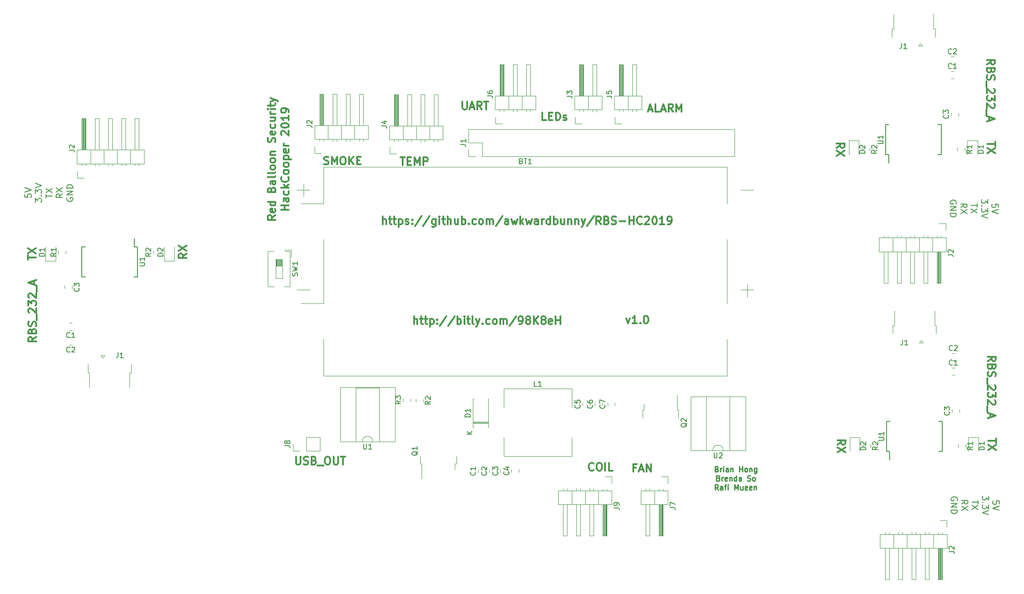
<source format=gbr>
G04 #@! TF.GenerationSoftware,KiCad,Pcbnew,5.0.2-bee76a0~70~ubuntu18.04.1*
G04 #@! TF.CreationDate,2019-08-21T16:40:53-04:00*
G04 #@! TF.ProjectId,output.pcb,6f757470-7574-42e7-9063-622e6b696361,rev?*
G04 #@! TF.SameCoordinates,Original*
G04 #@! TF.FileFunction,Legend,Top*
G04 #@! TF.FilePolarity,Positive*
%FSLAX46Y46*%
G04 Gerber Fmt 4.6, Leading zero omitted, Abs format (unit mm)*
G04 Created by KiCad (PCBNEW 5.0.2-bee76a0~70~ubuntu18.04.1) date Wed 21 Aug 2019 04:40:53 PM EDT*
%MOMM*%
%LPD*%
G01*
G04 APERTURE LIST*
%ADD10C,0.300000*%
%ADD11C,0.200000*%
%ADD12C,0.250000*%
%ADD13C,0.150000*%
%ADD14C,0.120000*%
G04 APERTURE END LIST*
D10*
X230691428Y-120751742D02*
X230691428Y-121608885D01*
X229191428Y-121180314D02*
X230691428Y-121180314D01*
X230691428Y-121966028D02*
X229191428Y-122966028D01*
X230691428Y-122966028D02*
X229191428Y-121966028D01*
X200311628Y-121949400D02*
X201025914Y-121449400D01*
X200311628Y-121092257D02*
X201811628Y-121092257D01*
X201811628Y-121663685D01*
X201740200Y-121806542D01*
X201668771Y-121877971D01*
X201525914Y-121949400D01*
X201311628Y-121949400D01*
X201168771Y-121877971D01*
X201097342Y-121806542D01*
X201025914Y-121663685D01*
X201025914Y-121092257D01*
X201811628Y-122449400D02*
X200311628Y-123449400D01*
X201811628Y-123449400D02*
X200311628Y-122449400D01*
X229140628Y-105942428D02*
X229854914Y-105442428D01*
X229140628Y-105085285D02*
X230640628Y-105085285D01*
X230640628Y-105656714D01*
X230569200Y-105799571D01*
X230497771Y-105871000D01*
X230354914Y-105942428D01*
X230140628Y-105942428D01*
X229997771Y-105871000D01*
X229926342Y-105799571D01*
X229854914Y-105656714D01*
X229854914Y-105085285D01*
X229926342Y-107085285D02*
X229854914Y-107299571D01*
X229783485Y-107371000D01*
X229640628Y-107442428D01*
X229426342Y-107442428D01*
X229283485Y-107371000D01*
X229212057Y-107299571D01*
X229140628Y-107156714D01*
X229140628Y-106585285D01*
X230640628Y-106585285D01*
X230640628Y-107085285D01*
X230569200Y-107228142D01*
X230497771Y-107299571D01*
X230354914Y-107371000D01*
X230212057Y-107371000D01*
X230069200Y-107299571D01*
X229997771Y-107228142D01*
X229926342Y-107085285D01*
X229926342Y-106585285D01*
X229212057Y-108013857D02*
X229140628Y-108228142D01*
X229140628Y-108585285D01*
X229212057Y-108728142D01*
X229283485Y-108799571D01*
X229426342Y-108871000D01*
X229569200Y-108871000D01*
X229712057Y-108799571D01*
X229783485Y-108728142D01*
X229854914Y-108585285D01*
X229926342Y-108299571D01*
X229997771Y-108156714D01*
X230069200Y-108085285D01*
X230212057Y-108013857D01*
X230354914Y-108013857D01*
X230497771Y-108085285D01*
X230569200Y-108156714D01*
X230640628Y-108299571D01*
X230640628Y-108656714D01*
X230569200Y-108871000D01*
X228997771Y-109156714D02*
X228997771Y-110299571D01*
X230497771Y-110585285D02*
X230569200Y-110656714D01*
X230640628Y-110799571D01*
X230640628Y-111156714D01*
X230569200Y-111299571D01*
X230497771Y-111371000D01*
X230354914Y-111442428D01*
X230212057Y-111442428D01*
X229997771Y-111371000D01*
X229140628Y-110513857D01*
X229140628Y-111442428D01*
X230640628Y-111942428D02*
X230640628Y-112871000D01*
X230069200Y-112371000D01*
X230069200Y-112585285D01*
X229997771Y-112728142D01*
X229926342Y-112799571D01*
X229783485Y-112871000D01*
X229426342Y-112871000D01*
X229283485Y-112799571D01*
X229212057Y-112728142D01*
X229140628Y-112585285D01*
X229140628Y-112156714D01*
X229212057Y-112013857D01*
X229283485Y-111942428D01*
X230497771Y-113442428D02*
X230569200Y-113513857D01*
X230640628Y-113656714D01*
X230640628Y-114013857D01*
X230569200Y-114156714D01*
X230497771Y-114228142D01*
X230354914Y-114299571D01*
X230212057Y-114299571D01*
X229997771Y-114228142D01*
X229140628Y-113371000D01*
X229140628Y-114299571D01*
X228997771Y-114585285D02*
X228997771Y-115728142D01*
X229569200Y-116013857D02*
X229569200Y-116728142D01*
X229140628Y-115871000D02*
X230640628Y-116371000D01*
X229140628Y-116871000D01*
D11*
X231275942Y-133324628D02*
X231275942Y-132753200D01*
X230704514Y-132696057D01*
X230761657Y-132753200D01*
X230818800Y-132867485D01*
X230818800Y-133153200D01*
X230761657Y-133267485D01*
X230704514Y-133324628D01*
X230590228Y-133381771D01*
X230304514Y-133381771D01*
X230190228Y-133324628D01*
X230133085Y-133267485D01*
X230075942Y-133153200D01*
X230075942Y-132867485D01*
X230133085Y-132753200D01*
X230190228Y-132696057D01*
X231275942Y-133724628D02*
X230075942Y-134124628D01*
X231275942Y-134524628D01*
X229275942Y-131781771D02*
X229275942Y-132524628D01*
X228818800Y-132124628D01*
X228818800Y-132296057D01*
X228761657Y-132410342D01*
X228704514Y-132467485D01*
X228590228Y-132524628D01*
X228304514Y-132524628D01*
X228190228Y-132467485D01*
X228133085Y-132410342D01*
X228075942Y-132296057D01*
X228075942Y-131953200D01*
X228133085Y-131838914D01*
X228190228Y-131781771D01*
X228190228Y-133038914D02*
X228133085Y-133096057D01*
X228075942Y-133038914D01*
X228133085Y-132981771D01*
X228190228Y-133038914D01*
X228075942Y-133038914D01*
X229275942Y-133496057D02*
X229275942Y-134238914D01*
X228818800Y-133838914D01*
X228818800Y-134010342D01*
X228761657Y-134124628D01*
X228704514Y-134181771D01*
X228590228Y-134238914D01*
X228304514Y-134238914D01*
X228190228Y-134181771D01*
X228133085Y-134124628D01*
X228075942Y-134010342D01*
X228075942Y-133667485D01*
X228133085Y-133553200D01*
X228190228Y-133496057D01*
X229275942Y-134581771D02*
X228075942Y-134981771D01*
X229275942Y-135381771D01*
X227275942Y-132638914D02*
X227275942Y-133324628D01*
X226075942Y-132981771D02*
X227275942Y-132981771D01*
X227275942Y-133610342D02*
X226075942Y-134410342D01*
X227275942Y-134410342D02*
X226075942Y-133610342D01*
X224075942Y-133353200D02*
X224647371Y-132953200D01*
X224075942Y-132667485D02*
X225275942Y-132667485D01*
X225275942Y-133124628D01*
X225218800Y-133238914D01*
X225161657Y-133296057D01*
X225047371Y-133353200D01*
X224875942Y-133353200D01*
X224761657Y-133296057D01*
X224704514Y-133238914D01*
X224647371Y-133124628D01*
X224647371Y-132667485D01*
X225275942Y-133753200D02*
X224075942Y-134553200D01*
X225275942Y-134553200D02*
X224075942Y-133753200D01*
X223218800Y-132638914D02*
X223275942Y-132524628D01*
X223275942Y-132353200D01*
X223218800Y-132181771D01*
X223104514Y-132067485D01*
X222990228Y-132010342D01*
X222761657Y-131953200D01*
X222590228Y-131953200D01*
X222361657Y-132010342D01*
X222247371Y-132067485D01*
X222133085Y-132181771D01*
X222075942Y-132353200D01*
X222075942Y-132467485D01*
X222133085Y-132638914D01*
X222190228Y-132696057D01*
X222590228Y-132696057D01*
X222590228Y-132467485D01*
X222075942Y-133210342D02*
X223275942Y-133210342D01*
X222075942Y-133896057D01*
X223275942Y-133896057D01*
X222075942Y-134467485D02*
X223275942Y-134467485D01*
X223275942Y-134753200D01*
X223218800Y-134924628D01*
X223104514Y-135038914D01*
X222990228Y-135096057D01*
X222761657Y-135153200D01*
X222590228Y-135153200D01*
X222361657Y-135096057D01*
X222247371Y-135038914D01*
X222133085Y-134924628D01*
X222075942Y-134753200D01*
X222075942Y-134467485D01*
D10*
X230513628Y-63881142D02*
X230513628Y-64738285D01*
X229013628Y-64309714D02*
X230513628Y-64309714D01*
X230513628Y-65095428D02*
X229013628Y-66095428D01*
X230513628Y-66095428D02*
X229013628Y-65095428D01*
X200133828Y-65078800D02*
X200848114Y-64578800D01*
X200133828Y-64221657D02*
X201633828Y-64221657D01*
X201633828Y-64793085D01*
X201562400Y-64935942D01*
X201490971Y-65007371D01*
X201348114Y-65078800D01*
X201133828Y-65078800D01*
X200990971Y-65007371D01*
X200919542Y-64935942D01*
X200848114Y-64793085D01*
X200848114Y-64221657D01*
X201633828Y-65578800D02*
X200133828Y-66578800D01*
X201633828Y-66578800D02*
X200133828Y-65578800D01*
X228962828Y-49071828D02*
X229677114Y-48571828D01*
X228962828Y-48214685D02*
X230462828Y-48214685D01*
X230462828Y-48786114D01*
X230391400Y-48928971D01*
X230319971Y-49000400D01*
X230177114Y-49071828D01*
X229962828Y-49071828D01*
X229819971Y-49000400D01*
X229748542Y-48928971D01*
X229677114Y-48786114D01*
X229677114Y-48214685D01*
X229748542Y-50214685D02*
X229677114Y-50428971D01*
X229605685Y-50500400D01*
X229462828Y-50571828D01*
X229248542Y-50571828D01*
X229105685Y-50500400D01*
X229034257Y-50428971D01*
X228962828Y-50286114D01*
X228962828Y-49714685D01*
X230462828Y-49714685D01*
X230462828Y-50214685D01*
X230391400Y-50357542D01*
X230319971Y-50428971D01*
X230177114Y-50500400D01*
X230034257Y-50500400D01*
X229891400Y-50428971D01*
X229819971Y-50357542D01*
X229748542Y-50214685D01*
X229748542Y-49714685D01*
X229034257Y-51143257D02*
X228962828Y-51357542D01*
X228962828Y-51714685D01*
X229034257Y-51857542D01*
X229105685Y-51928971D01*
X229248542Y-52000400D01*
X229391400Y-52000400D01*
X229534257Y-51928971D01*
X229605685Y-51857542D01*
X229677114Y-51714685D01*
X229748542Y-51428971D01*
X229819971Y-51286114D01*
X229891400Y-51214685D01*
X230034257Y-51143257D01*
X230177114Y-51143257D01*
X230319971Y-51214685D01*
X230391400Y-51286114D01*
X230462828Y-51428971D01*
X230462828Y-51786114D01*
X230391400Y-52000400D01*
X228819971Y-52286114D02*
X228819971Y-53428971D01*
X230319971Y-53714685D02*
X230391400Y-53786114D01*
X230462828Y-53928971D01*
X230462828Y-54286114D01*
X230391400Y-54428971D01*
X230319971Y-54500400D01*
X230177114Y-54571828D01*
X230034257Y-54571828D01*
X229819971Y-54500400D01*
X228962828Y-53643257D01*
X228962828Y-54571828D01*
X230462828Y-55071828D02*
X230462828Y-56000400D01*
X229891400Y-55500400D01*
X229891400Y-55714685D01*
X229819971Y-55857542D01*
X229748542Y-55928971D01*
X229605685Y-56000400D01*
X229248542Y-56000400D01*
X229105685Y-55928971D01*
X229034257Y-55857542D01*
X228962828Y-55714685D01*
X228962828Y-55286114D01*
X229034257Y-55143257D01*
X229105685Y-55071828D01*
X230319971Y-56571828D02*
X230391400Y-56643257D01*
X230462828Y-56786114D01*
X230462828Y-57143257D01*
X230391400Y-57286114D01*
X230319971Y-57357542D01*
X230177114Y-57428971D01*
X230034257Y-57428971D01*
X229819971Y-57357542D01*
X228962828Y-56500400D01*
X228962828Y-57428971D01*
X228819971Y-57714685D02*
X228819971Y-58857542D01*
X229391400Y-59143257D02*
X229391400Y-59857542D01*
X228962828Y-59000400D02*
X230462828Y-59500400D01*
X228962828Y-60000400D01*
D11*
X231098142Y-76454028D02*
X231098142Y-75882600D01*
X230526714Y-75825457D01*
X230583857Y-75882600D01*
X230641000Y-75996885D01*
X230641000Y-76282600D01*
X230583857Y-76396885D01*
X230526714Y-76454028D01*
X230412428Y-76511171D01*
X230126714Y-76511171D01*
X230012428Y-76454028D01*
X229955285Y-76396885D01*
X229898142Y-76282600D01*
X229898142Y-75996885D01*
X229955285Y-75882600D01*
X230012428Y-75825457D01*
X231098142Y-76854028D02*
X229898142Y-77254028D01*
X231098142Y-77654028D01*
X229098142Y-74911171D02*
X229098142Y-75654028D01*
X228641000Y-75254028D01*
X228641000Y-75425457D01*
X228583857Y-75539742D01*
X228526714Y-75596885D01*
X228412428Y-75654028D01*
X228126714Y-75654028D01*
X228012428Y-75596885D01*
X227955285Y-75539742D01*
X227898142Y-75425457D01*
X227898142Y-75082600D01*
X227955285Y-74968314D01*
X228012428Y-74911171D01*
X228012428Y-76168314D02*
X227955285Y-76225457D01*
X227898142Y-76168314D01*
X227955285Y-76111171D01*
X228012428Y-76168314D01*
X227898142Y-76168314D01*
X229098142Y-76625457D02*
X229098142Y-77368314D01*
X228641000Y-76968314D01*
X228641000Y-77139742D01*
X228583857Y-77254028D01*
X228526714Y-77311171D01*
X228412428Y-77368314D01*
X228126714Y-77368314D01*
X228012428Y-77311171D01*
X227955285Y-77254028D01*
X227898142Y-77139742D01*
X227898142Y-76796885D01*
X227955285Y-76682600D01*
X228012428Y-76625457D01*
X229098142Y-77711171D02*
X227898142Y-78111171D01*
X229098142Y-78511171D01*
X227098142Y-75768314D02*
X227098142Y-76454028D01*
X225898142Y-76111171D02*
X227098142Y-76111171D01*
X227098142Y-76739742D02*
X225898142Y-77539742D01*
X227098142Y-77539742D02*
X225898142Y-76739742D01*
X223898142Y-76482600D02*
X224469571Y-76082600D01*
X223898142Y-75796885D02*
X225098142Y-75796885D01*
X225098142Y-76254028D01*
X225041000Y-76368314D01*
X224983857Y-76425457D01*
X224869571Y-76482600D01*
X224698142Y-76482600D01*
X224583857Y-76425457D01*
X224526714Y-76368314D01*
X224469571Y-76254028D01*
X224469571Y-75796885D01*
X225098142Y-76882600D02*
X223898142Y-77682600D01*
X225098142Y-77682600D02*
X223898142Y-76882600D01*
X223041000Y-75768314D02*
X223098142Y-75654028D01*
X223098142Y-75482600D01*
X223041000Y-75311171D01*
X222926714Y-75196885D01*
X222812428Y-75139742D01*
X222583857Y-75082600D01*
X222412428Y-75082600D01*
X222183857Y-75139742D01*
X222069571Y-75196885D01*
X221955285Y-75311171D01*
X221898142Y-75482600D01*
X221898142Y-75596885D01*
X221955285Y-75768314D01*
X222012428Y-75825457D01*
X222412428Y-75825457D01*
X222412428Y-75596885D01*
X221898142Y-76339742D02*
X223098142Y-76339742D01*
X221898142Y-77025457D01*
X223098142Y-77025457D01*
X221898142Y-77596885D02*
X223098142Y-77596885D01*
X223098142Y-77882600D01*
X223041000Y-78054028D01*
X222926714Y-78168314D01*
X222812428Y-78225457D01*
X222583857Y-78282600D01*
X222412428Y-78282600D01*
X222183857Y-78225457D01*
X222069571Y-78168314D01*
X221955285Y-78054028D01*
X221898142Y-77882600D01*
X221898142Y-77596885D01*
D10*
X96561057Y-124273571D02*
X96561057Y-125487857D01*
X96632485Y-125630714D01*
X96703914Y-125702142D01*
X96846771Y-125773571D01*
X97132485Y-125773571D01*
X97275342Y-125702142D01*
X97346771Y-125630714D01*
X97418200Y-125487857D01*
X97418200Y-124273571D01*
X98061057Y-125702142D02*
X98275342Y-125773571D01*
X98632485Y-125773571D01*
X98775342Y-125702142D01*
X98846771Y-125630714D01*
X98918200Y-125487857D01*
X98918200Y-125345000D01*
X98846771Y-125202142D01*
X98775342Y-125130714D01*
X98632485Y-125059285D01*
X98346771Y-124987857D01*
X98203914Y-124916428D01*
X98132485Y-124845000D01*
X98061057Y-124702142D01*
X98061057Y-124559285D01*
X98132485Y-124416428D01*
X98203914Y-124345000D01*
X98346771Y-124273571D01*
X98703914Y-124273571D01*
X98918200Y-124345000D01*
X100061057Y-124987857D02*
X100275342Y-125059285D01*
X100346771Y-125130714D01*
X100418200Y-125273571D01*
X100418200Y-125487857D01*
X100346771Y-125630714D01*
X100275342Y-125702142D01*
X100132485Y-125773571D01*
X99561057Y-125773571D01*
X99561057Y-124273571D01*
X100061057Y-124273571D01*
X100203914Y-124345000D01*
X100275342Y-124416428D01*
X100346771Y-124559285D01*
X100346771Y-124702142D01*
X100275342Y-124845000D01*
X100203914Y-124916428D01*
X100061057Y-124987857D01*
X99561057Y-124987857D01*
X100703914Y-125916428D02*
X101846771Y-125916428D01*
X102489628Y-124273571D02*
X102775342Y-124273571D01*
X102918200Y-124345000D01*
X103061057Y-124487857D01*
X103132485Y-124773571D01*
X103132485Y-125273571D01*
X103061057Y-125559285D01*
X102918200Y-125702142D01*
X102775342Y-125773571D01*
X102489628Y-125773571D01*
X102346771Y-125702142D01*
X102203914Y-125559285D01*
X102132485Y-125273571D01*
X102132485Y-124773571D01*
X102203914Y-124487857D01*
X102346771Y-124345000D01*
X102489628Y-124273571D01*
X103775342Y-124273571D02*
X103775342Y-125487857D01*
X103846771Y-125630714D01*
X103918200Y-125702142D01*
X104061057Y-125773571D01*
X104346771Y-125773571D01*
X104489628Y-125702142D01*
X104561057Y-125630714D01*
X104632485Y-125487857D01*
X104632485Y-124273571D01*
X105132485Y-124273571D02*
X105989628Y-124273571D01*
X105561057Y-125773571D02*
X105561057Y-124273571D01*
X164095514Y-57730200D02*
X164809800Y-57730200D01*
X163952657Y-58158771D02*
X164452657Y-56658771D01*
X164952657Y-58158771D01*
X166166942Y-58158771D02*
X165452657Y-58158771D01*
X165452657Y-56658771D01*
X166595514Y-57730200D02*
X167309800Y-57730200D01*
X166452657Y-58158771D02*
X166952657Y-56658771D01*
X167452657Y-58158771D01*
X168809800Y-58158771D02*
X168309800Y-57444485D01*
X167952657Y-58158771D02*
X167952657Y-56658771D01*
X168524085Y-56658771D01*
X168666942Y-56730200D01*
X168738371Y-56801628D01*
X168809800Y-56944485D01*
X168809800Y-57158771D01*
X168738371Y-57301628D01*
X168666942Y-57373057D01*
X168524085Y-57444485D01*
X167952657Y-57444485D01*
X169452657Y-58158771D02*
X169452657Y-56658771D01*
X169952657Y-57730200D01*
X170452657Y-56658771D01*
X170452657Y-58158771D01*
X144503971Y-59784371D02*
X143789685Y-59784371D01*
X143789685Y-58284371D01*
X145003971Y-58998657D02*
X145503971Y-58998657D01*
X145718257Y-59784371D02*
X145003971Y-59784371D01*
X145003971Y-58284371D01*
X145718257Y-58284371D01*
X146361114Y-59784371D02*
X146361114Y-58284371D01*
X146718257Y-58284371D01*
X146932542Y-58355800D01*
X147075400Y-58498657D01*
X147146828Y-58641514D01*
X147218257Y-58927228D01*
X147218257Y-59141514D01*
X147146828Y-59427228D01*
X147075400Y-59570085D01*
X146932542Y-59712942D01*
X146718257Y-59784371D01*
X146361114Y-59784371D01*
X147789685Y-59712942D02*
X147932542Y-59784371D01*
X148218257Y-59784371D01*
X148361114Y-59712942D01*
X148432542Y-59570085D01*
X148432542Y-59498657D01*
X148361114Y-59355800D01*
X148218257Y-59284371D01*
X148003971Y-59284371D01*
X147861114Y-59212942D01*
X147789685Y-59070085D01*
X147789685Y-58998657D01*
X147861114Y-58855800D01*
X148003971Y-58784371D01*
X148218257Y-58784371D01*
X148361114Y-58855800D01*
X116564114Y-66869571D02*
X117421257Y-66869571D01*
X116992685Y-68369571D02*
X116992685Y-66869571D01*
X117921257Y-67583857D02*
X118421257Y-67583857D01*
X118635542Y-68369571D02*
X117921257Y-68369571D01*
X117921257Y-66869571D01*
X118635542Y-66869571D01*
X119278400Y-68369571D02*
X119278400Y-66869571D01*
X119778400Y-67941000D01*
X120278400Y-66869571D01*
X120278400Y-68369571D01*
X120992685Y-68369571D02*
X120992685Y-66869571D01*
X121564114Y-66869571D01*
X121706971Y-66941000D01*
X121778400Y-67012428D01*
X121849828Y-67155285D01*
X121849828Y-67369571D01*
X121778400Y-67512428D01*
X121706971Y-67583857D01*
X121564114Y-67655285D01*
X120992685Y-67655285D01*
X101960800Y-68171142D02*
X102175085Y-68242571D01*
X102532228Y-68242571D01*
X102675085Y-68171142D01*
X102746514Y-68099714D01*
X102817942Y-67956857D01*
X102817942Y-67814000D01*
X102746514Y-67671142D01*
X102675085Y-67599714D01*
X102532228Y-67528285D01*
X102246514Y-67456857D01*
X102103657Y-67385428D01*
X102032228Y-67314000D01*
X101960800Y-67171142D01*
X101960800Y-67028285D01*
X102032228Y-66885428D01*
X102103657Y-66814000D01*
X102246514Y-66742571D01*
X102603657Y-66742571D01*
X102817942Y-66814000D01*
X103460800Y-68242571D02*
X103460800Y-66742571D01*
X103960800Y-67814000D01*
X104460800Y-66742571D01*
X104460800Y-68242571D01*
X105460800Y-66742571D02*
X105746514Y-66742571D01*
X105889371Y-66814000D01*
X106032228Y-66956857D01*
X106103657Y-67242571D01*
X106103657Y-67742571D01*
X106032228Y-68028285D01*
X105889371Y-68171142D01*
X105746514Y-68242571D01*
X105460800Y-68242571D01*
X105317942Y-68171142D01*
X105175085Y-68028285D01*
X105103657Y-67742571D01*
X105103657Y-67242571D01*
X105175085Y-66956857D01*
X105317942Y-66814000D01*
X105460800Y-66742571D01*
X106746514Y-68242571D02*
X106746514Y-66742571D01*
X107603657Y-68242571D02*
X106960800Y-67385428D01*
X107603657Y-66742571D02*
X106746514Y-67599714D01*
X108246514Y-67456857D02*
X108746514Y-67456857D01*
X108960800Y-68242571D02*
X108246514Y-68242571D01*
X108246514Y-66742571D01*
X108960800Y-66742571D01*
X161675914Y-126384857D02*
X161175914Y-126384857D01*
X161175914Y-127170571D02*
X161175914Y-125670571D01*
X161890200Y-125670571D01*
X162390200Y-126742000D02*
X163104485Y-126742000D01*
X162247342Y-127170571D02*
X162747342Y-125670571D01*
X163247342Y-127170571D01*
X163747342Y-127170571D02*
X163747342Y-125670571D01*
X164604485Y-127170571D01*
X164604485Y-125670571D01*
X153603485Y-126799114D02*
X153532057Y-126870542D01*
X153317771Y-126941971D01*
X153174914Y-126941971D01*
X152960628Y-126870542D01*
X152817771Y-126727685D01*
X152746342Y-126584828D01*
X152674914Y-126299114D01*
X152674914Y-126084828D01*
X152746342Y-125799114D01*
X152817771Y-125656257D01*
X152960628Y-125513400D01*
X153174914Y-125441971D01*
X153317771Y-125441971D01*
X153532057Y-125513400D01*
X153603485Y-125584828D01*
X154532057Y-125441971D02*
X154817771Y-125441971D01*
X154960628Y-125513400D01*
X155103485Y-125656257D01*
X155174914Y-125941971D01*
X155174914Y-126441971D01*
X155103485Y-126727685D01*
X154960628Y-126870542D01*
X154817771Y-126941971D01*
X154532057Y-126941971D01*
X154389200Y-126870542D01*
X154246342Y-126727685D01*
X154174914Y-126441971D01*
X154174914Y-125941971D01*
X154246342Y-125656257D01*
X154389200Y-125513400D01*
X154532057Y-125441971D01*
X155817771Y-126941971D02*
X155817771Y-125441971D01*
X157246342Y-126941971D02*
X156532057Y-126941971D01*
X156532057Y-125441971D01*
X128467942Y-56176171D02*
X128467942Y-57390457D01*
X128539371Y-57533314D01*
X128610800Y-57604742D01*
X128753657Y-57676171D01*
X129039371Y-57676171D01*
X129182228Y-57604742D01*
X129253657Y-57533314D01*
X129325085Y-57390457D01*
X129325085Y-56176171D01*
X129967942Y-57247600D02*
X130682228Y-57247600D01*
X129825085Y-57676171D02*
X130325085Y-56176171D01*
X130825085Y-57676171D01*
X132182228Y-57676171D02*
X131682228Y-56961885D01*
X131325085Y-57676171D02*
X131325085Y-56176171D01*
X131896514Y-56176171D01*
X132039371Y-56247600D01*
X132110800Y-56319028D01*
X132182228Y-56461885D01*
X132182228Y-56676171D01*
X132110800Y-56819028D01*
X132039371Y-56890457D01*
X131896514Y-56961885D01*
X131325085Y-56961885D01*
X132610800Y-56176171D02*
X133467942Y-56176171D01*
X133039371Y-57676171D02*
X133039371Y-56176171D01*
X159832942Y-97722571D02*
X160190085Y-98722571D01*
X160547228Y-97722571D01*
X161904371Y-98722571D02*
X161047228Y-98722571D01*
X161475800Y-98722571D02*
X161475800Y-97222571D01*
X161332942Y-97436857D01*
X161190085Y-97579714D01*
X161047228Y-97651142D01*
X162547228Y-98579714D02*
X162618657Y-98651142D01*
X162547228Y-98722571D01*
X162475800Y-98651142D01*
X162547228Y-98579714D01*
X162547228Y-98722571D01*
X163547228Y-97222571D02*
X163690085Y-97222571D01*
X163832942Y-97294000D01*
X163904371Y-97365428D01*
X163975800Y-97508285D01*
X164047228Y-97794000D01*
X164047228Y-98151142D01*
X163975800Y-98436857D01*
X163904371Y-98579714D01*
X163832942Y-98651142D01*
X163690085Y-98722571D01*
X163547228Y-98722571D01*
X163404371Y-98651142D01*
X163332942Y-98579714D01*
X163261514Y-98436857D01*
X163190085Y-98151142D01*
X163190085Y-97794000D01*
X163261514Y-97508285D01*
X163332942Y-97365428D01*
X163404371Y-97294000D01*
X163547228Y-97222571D01*
X113200142Y-79723371D02*
X113200142Y-78223371D01*
X113843000Y-79723371D02*
X113843000Y-78937657D01*
X113771571Y-78794800D01*
X113628714Y-78723371D01*
X113414428Y-78723371D01*
X113271571Y-78794800D01*
X113200142Y-78866228D01*
X114343000Y-78723371D02*
X114914428Y-78723371D01*
X114557285Y-78223371D02*
X114557285Y-79509085D01*
X114628714Y-79651942D01*
X114771571Y-79723371D01*
X114914428Y-79723371D01*
X115200142Y-78723371D02*
X115771571Y-78723371D01*
X115414428Y-78223371D02*
X115414428Y-79509085D01*
X115485857Y-79651942D01*
X115628714Y-79723371D01*
X115771571Y-79723371D01*
X116271571Y-78723371D02*
X116271571Y-80223371D01*
X116271571Y-78794800D02*
X116414428Y-78723371D01*
X116700142Y-78723371D01*
X116843000Y-78794800D01*
X116914428Y-78866228D01*
X116985857Y-79009085D01*
X116985857Y-79437657D01*
X116914428Y-79580514D01*
X116843000Y-79651942D01*
X116700142Y-79723371D01*
X116414428Y-79723371D01*
X116271571Y-79651942D01*
X117557285Y-79651942D02*
X117700142Y-79723371D01*
X117985857Y-79723371D01*
X118128714Y-79651942D01*
X118200142Y-79509085D01*
X118200142Y-79437657D01*
X118128714Y-79294800D01*
X117985857Y-79223371D01*
X117771571Y-79223371D01*
X117628714Y-79151942D01*
X117557285Y-79009085D01*
X117557285Y-78937657D01*
X117628714Y-78794800D01*
X117771571Y-78723371D01*
X117985857Y-78723371D01*
X118128714Y-78794800D01*
X118843000Y-79580514D02*
X118914428Y-79651942D01*
X118843000Y-79723371D01*
X118771571Y-79651942D01*
X118843000Y-79580514D01*
X118843000Y-79723371D01*
X118843000Y-78794800D02*
X118914428Y-78866228D01*
X118843000Y-78937657D01*
X118771571Y-78866228D01*
X118843000Y-78794800D01*
X118843000Y-78937657D01*
X120628714Y-78151942D02*
X119343000Y-80080514D01*
X122200142Y-78151942D02*
X120914428Y-80080514D01*
X123343000Y-78723371D02*
X123343000Y-79937657D01*
X123271571Y-80080514D01*
X123200142Y-80151942D01*
X123057285Y-80223371D01*
X122843000Y-80223371D01*
X122700142Y-80151942D01*
X123343000Y-79651942D02*
X123200142Y-79723371D01*
X122914428Y-79723371D01*
X122771571Y-79651942D01*
X122700142Y-79580514D01*
X122628714Y-79437657D01*
X122628714Y-79009085D01*
X122700142Y-78866228D01*
X122771571Y-78794800D01*
X122914428Y-78723371D01*
X123200142Y-78723371D01*
X123343000Y-78794800D01*
X124057285Y-79723371D02*
X124057285Y-78723371D01*
X124057285Y-78223371D02*
X123985857Y-78294800D01*
X124057285Y-78366228D01*
X124128714Y-78294800D01*
X124057285Y-78223371D01*
X124057285Y-78366228D01*
X124557285Y-78723371D02*
X125128714Y-78723371D01*
X124771571Y-78223371D02*
X124771571Y-79509085D01*
X124843000Y-79651942D01*
X124985857Y-79723371D01*
X125128714Y-79723371D01*
X125628714Y-79723371D02*
X125628714Y-78223371D01*
X126271571Y-79723371D02*
X126271571Y-78937657D01*
X126200142Y-78794800D01*
X126057285Y-78723371D01*
X125843000Y-78723371D01*
X125700142Y-78794800D01*
X125628714Y-78866228D01*
X127628714Y-78723371D02*
X127628714Y-79723371D01*
X126985857Y-78723371D02*
X126985857Y-79509085D01*
X127057285Y-79651942D01*
X127200142Y-79723371D01*
X127414428Y-79723371D01*
X127557285Y-79651942D01*
X127628714Y-79580514D01*
X128343000Y-79723371D02*
X128343000Y-78223371D01*
X128343000Y-78794800D02*
X128485857Y-78723371D01*
X128771571Y-78723371D01*
X128914428Y-78794800D01*
X128985857Y-78866228D01*
X129057285Y-79009085D01*
X129057285Y-79437657D01*
X128985857Y-79580514D01*
X128914428Y-79651942D01*
X128771571Y-79723371D01*
X128485857Y-79723371D01*
X128343000Y-79651942D01*
X129700142Y-79580514D02*
X129771571Y-79651942D01*
X129700142Y-79723371D01*
X129628714Y-79651942D01*
X129700142Y-79580514D01*
X129700142Y-79723371D01*
X131057285Y-79651942D02*
X130914428Y-79723371D01*
X130628714Y-79723371D01*
X130485857Y-79651942D01*
X130414428Y-79580514D01*
X130343000Y-79437657D01*
X130343000Y-79009085D01*
X130414428Y-78866228D01*
X130485857Y-78794800D01*
X130628714Y-78723371D01*
X130914428Y-78723371D01*
X131057285Y-78794800D01*
X131914428Y-79723371D02*
X131771571Y-79651942D01*
X131700142Y-79580514D01*
X131628714Y-79437657D01*
X131628714Y-79009085D01*
X131700142Y-78866228D01*
X131771571Y-78794800D01*
X131914428Y-78723371D01*
X132128714Y-78723371D01*
X132271571Y-78794800D01*
X132343000Y-78866228D01*
X132414428Y-79009085D01*
X132414428Y-79437657D01*
X132343000Y-79580514D01*
X132271571Y-79651942D01*
X132128714Y-79723371D01*
X131914428Y-79723371D01*
X133057285Y-79723371D02*
X133057285Y-78723371D01*
X133057285Y-78866228D02*
X133128714Y-78794800D01*
X133271571Y-78723371D01*
X133485857Y-78723371D01*
X133628714Y-78794800D01*
X133700142Y-78937657D01*
X133700142Y-79723371D01*
X133700142Y-78937657D02*
X133771571Y-78794800D01*
X133914428Y-78723371D01*
X134128714Y-78723371D01*
X134271571Y-78794800D01*
X134343000Y-78937657D01*
X134343000Y-79723371D01*
X136128714Y-78151942D02*
X134843000Y-80080514D01*
X137271571Y-79723371D02*
X137271571Y-78937657D01*
X137200142Y-78794800D01*
X137057285Y-78723371D01*
X136771571Y-78723371D01*
X136628714Y-78794800D01*
X137271571Y-79651942D02*
X137128714Y-79723371D01*
X136771571Y-79723371D01*
X136628714Y-79651942D01*
X136557285Y-79509085D01*
X136557285Y-79366228D01*
X136628714Y-79223371D01*
X136771571Y-79151942D01*
X137128714Y-79151942D01*
X137271571Y-79080514D01*
X137843000Y-78723371D02*
X138128714Y-79723371D01*
X138414428Y-79009085D01*
X138700142Y-79723371D01*
X138985857Y-78723371D01*
X139557285Y-79723371D02*
X139557285Y-78223371D01*
X139700142Y-79151942D02*
X140128714Y-79723371D01*
X140128714Y-78723371D02*
X139557285Y-79294800D01*
X140628714Y-78723371D02*
X140914428Y-79723371D01*
X141200142Y-79009085D01*
X141485857Y-79723371D01*
X141771571Y-78723371D01*
X142985857Y-79723371D02*
X142985857Y-78937657D01*
X142914428Y-78794800D01*
X142771571Y-78723371D01*
X142485857Y-78723371D01*
X142343000Y-78794800D01*
X142985857Y-79651942D02*
X142843000Y-79723371D01*
X142485857Y-79723371D01*
X142343000Y-79651942D01*
X142271571Y-79509085D01*
X142271571Y-79366228D01*
X142343000Y-79223371D01*
X142485857Y-79151942D01*
X142843000Y-79151942D01*
X142985857Y-79080514D01*
X143700142Y-79723371D02*
X143700142Y-78723371D01*
X143700142Y-79009085D02*
X143771571Y-78866228D01*
X143843000Y-78794800D01*
X143985857Y-78723371D01*
X144128714Y-78723371D01*
X145271571Y-79723371D02*
X145271571Y-78223371D01*
X145271571Y-79651942D02*
X145128714Y-79723371D01*
X144843000Y-79723371D01*
X144700142Y-79651942D01*
X144628714Y-79580514D01*
X144557285Y-79437657D01*
X144557285Y-79009085D01*
X144628714Y-78866228D01*
X144700142Y-78794800D01*
X144843000Y-78723371D01*
X145128714Y-78723371D01*
X145271571Y-78794800D01*
X145985857Y-79723371D02*
X145985857Y-78223371D01*
X145985857Y-78794800D02*
X146128714Y-78723371D01*
X146414428Y-78723371D01*
X146557285Y-78794800D01*
X146628714Y-78866228D01*
X146700142Y-79009085D01*
X146700142Y-79437657D01*
X146628714Y-79580514D01*
X146557285Y-79651942D01*
X146414428Y-79723371D01*
X146128714Y-79723371D01*
X145985857Y-79651942D01*
X147985857Y-78723371D02*
X147985857Y-79723371D01*
X147343000Y-78723371D02*
X147343000Y-79509085D01*
X147414428Y-79651942D01*
X147557285Y-79723371D01*
X147771571Y-79723371D01*
X147914428Y-79651942D01*
X147985857Y-79580514D01*
X148700142Y-78723371D02*
X148700142Y-79723371D01*
X148700142Y-78866228D02*
X148771571Y-78794800D01*
X148914428Y-78723371D01*
X149128714Y-78723371D01*
X149271571Y-78794800D01*
X149343000Y-78937657D01*
X149343000Y-79723371D01*
X150057285Y-78723371D02*
X150057285Y-79723371D01*
X150057285Y-78866228D02*
X150128714Y-78794800D01*
X150271571Y-78723371D01*
X150485857Y-78723371D01*
X150628714Y-78794800D01*
X150700142Y-78937657D01*
X150700142Y-79723371D01*
X151271571Y-78723371D02*
X151628714Y-79723371D01*
X151985857Y-78723371D02*
X151628714Y-79723371D01*
X151485857Y-80080514D01*
X151414428Y-80151942D01*
X151271571Y-80223371D01*
X153628714Y-78151942D02*
X152343000Y-80080514D01*
X154985857Y-79723371D02*
X154485857Y-79009085D01*
X154128714Y-79723371D02*
X154128714Y-78223371D01*
X154700142Y-78223371D01*
X154843000Y-78294800D01*
X154914428Y-78366228D01*
X154985857Y-78509085D01*
X154985857Y-78723371D01*
X154914428Y-78866228D01*
X154843000Y-78937657D01*
X154700142Y-79009085D01*
X154128714Y-79009085D01*
X156128714Y-78937657D02*
X156343000Y-79009085D01*
X156414428Y-79080514D01*
X156485857Y-79223371D01*
X156485857Y-79437657D01*
X156414428Y-79580514D01*
X156343000Y-79651942D01*
X156200142Y-79723371D01*
X155628714Y-79723371D01*
X155628714Y-78223371D01*
X156128714Y-78223371D01*
X156271571Y-78294800D01*
X156343000Y-78366228D01*
X156414428Y-78509085D01*
X156414428Y-78651942D01*
X156343000Y-78794800D01*
X156271571Y-78866228D01*
X156128714Y-78937657D01*
X155628714Y-78937657D01*
X157057285Y-79651942D02*
X157271571Y-79723371D01*
X157628714Y-79723371D01*
X157771571Y-79651942D01*
X157843000Y-79580514D01*
X157914428Y-79437657D01*
X157914428Y-79294800D01*
X157843000Y-79151942D01*
X157771571Y-79080514D01*
X157628714Y-79009085D01*
X157343000Y-78937657D01*
X157200142Y-78866228D01*
X157128714Y-78794800D01*
X157057285Y-78651942D01*
X157057285Y-78509085D01*
X157128714Y-78366228D01*
X157200142Y-78294800D01*
X157343000Y-78223371D01*
X157700142Y-78223371D01*
X157914428Y-78294800D01*
X158557285Y-79151942D02*
X159700142Y-79151942D01*
X160414428Y-79723371D02*
X160414428Y-78223371D01*
X160414428Y-78937657D02*
X161271571Y-78937657D01*
X161271571Y-79723371D02*
X161271571Y-78223371D01*
X162843000Y-79580514D02*
X162771571Y-79651942D01*
X162557285Y-79723371D01*
X162414428Y-79723371D01*
X162200142Y-79651942D01*
X162057285Y-79509085D01*
X161985857Y-79366228D01*
X161914428Y-79080514D01*
X161914428Y-78866228D01*
X161985857Y-78580514D01*
X162057285Y-78437657D01*
X162200142Y-78294800D01*
X162414428Y-78223371D01*
X162557285Y-78223371D01*
X162771571Y-78294800D01*
X162843000Y-78366228D01*
X163414428Y-78366228D02*
X163485857Y-78294800D01*
X163628714Y-78223371D01*
X163985857Y-78223371D01*
X164128714Y-78294800D01*
X164200142Y-78366228D01*
X164271571Y-78509085D01*
X164271571Y-78651942D01*
X164200142Y-78866228D01*
X163343000Y-79723371D01*
X164271571Y-79723371D01*
X165200142Y-78223371D02*
X165343000Y-78223371D01*
X165485857Y-78294800D01*
X165557285Y-78366228D01*
X165628714Y-78509085D01*
X165700142Y-78794800D01*
X165700142Y-79151942D01*
X165628714Y-79437657D01*
X165557285Y-79580514D01*
X165485857Y-79651942D01*
X165343000Y-79723371D01*
X165200142Y-79723371D01*
X165057285Y-79651942D01*
X164985857Y-79580514D01*
X164914428Y-79437657D01*
X164843000Y-79151942D01*
X164843000Y-78794800D01*
X164914428Y-78509085D01*
X164985857Y-78366228D01*
X165057285Y-78294800D01*
X165200142Y-78223371D01*
X167128714Y-79723371D02*
X166271571Y-79723371D01*
X166700142Y-79723371D02*
X166700142Y-78223371D01*
X166557285Y-78437657D01*
X166414428Y-78580514D01*
X166271571Y-78651942D01*
X167843000Y-79723371D02*
X168128714Y-79723371D01*
X168271571Y-79651942D01*
X168343000Y-79580514D01*
X168485857Y-79366228D01*
X168557285Y-79080514D01*
X168557285Y-78509085D01*
X168485857Y-78366228D01*
X168414428Y-78294800D01*
X168271571Y-78223371D01*
X167985857Y-78223371D01*
X167843000Y-78294800D01*
X167771571Y-78366228D01*
X167700142Y-78509085D01*
X167700142Y-78866228D01*
X167771571Y-79009085D01*
X167843000Y-79080514D01*
X167985857Y-79151942D01*
X168271571Y-79151942D01*
X168414428Y-79080514D01*
X168485857Y-79009085D01*
X168557285Y-78866228D01*
X119197599Y-98874971D02*
X119197599Y-97374971D01*
X119840457Y-98874971D02*
X119840457Y-98089257D01*
X119769028Y-97946400D01*
X119626171Y-97874971D01*
X119411885Y-97874971D01*
X119269028Y-97946400D01*
X119197599Y-98017828D01*
X120340457Y-97874971D02*
X120911885Y-97874971D01*
X120554742Y-97374971D02*
X120554742Y-98660685D01*
X120626171Y-98803542D01*
X120769028Y-98874971D01*
X120911885Y-98874971D01*
X121197599Y-97874971D02*
X121769028Y-97874971D01*
X121411885Y-97374971D02*
X121411885Y-98660685D01*
X121483314Y-98803542D01*
X121626171Y-98874971D01*
X121769028Y-98874971D01*
X122269028Y-97874971D02*
X122269028Y-99374971D01*
X122269028Y-97946400D02*
X122411885Y-97874971D01*
X122697599Y-97874971D01*
X122840457Y-97946400D01*
X122911885Y-98017828D01*
X122983314Y-98160685D01*
X122983314Y-98589257D01*
X122911885Y-98732114D01*
X122840457Y-98803542D01*
X122697599Y-98874971D01*
X122411885Y-98874971D01*
X122269028Y-98803542D01*
X123626171Y-98732114D02*
X123697599Y-98803542D01*
X123626171Y-98874971D01*
X123554742Y-98803542D01*
X123626171Y-98732114D01*
X123626171Y-98874971D01*
X123626171Y-97946400D02*
X123697599Y-98017828D01*
X123626171Y-98089257D01*
X123554742Y-98017828D01*
X123626171Y-97946400D01*
X123626171Y-98089257D01*
X125411885Y-97303542D02*
X124126171Y-99232114D01*
X126983314Y-97303542D02*
X125697599Y-99232114D01*
X127483314Y-98874971D02*
X127483314Y-97374971D01*
X127483314Y-97946400D02*
X127626171Y-97874971D01*
X127911885Y-97874971D01*
X128054742Y-97946400D01*
X128126171Y-98017828D01*
X128197599Y-98160685D01*
X128197599Y-98589257D01*
X128126171Y-98732114D01*
X128054742Y-98803542D01*
X127911885Y-98874971D01*
X127626171Y-98874971D01*
X127483314Y-98803542D01*
X128840457Y-98874971D02*
X128840457Y-97874971D01*
X128840457Y-97374971D02*
X128769028Y-97446400D01*
X128840457Y-97517828D01*
X128911885Y-97446400D01*
X128840457Y-97374971D01*
X128840457Y-97517828D01*
X129340457Y-97874971D02*
X129911885Y-97874971D01*
X129554742Y-97374971D02*
X129554742Y-98660685D01*
X129626171Y-98803542D01*
X129769028Y-98874971D01*
X129911885Y-98874971D01*
X130626171Y-98874971D02*
X130483314Y-98803542D01*
X130411885Y-98660685D01*
X130411885Y-97374971D01*
X131054742Y-97874971D02*
X131411885Y-98874971D01*
X131769028Y-97874971D02*
X131411885Y-98874971D01*
X131269028Y-99232114D01*
X131197599Y-99303542D01*
X131054742Y-99374971D01*
X132340457Y-98732114D02*
X132411885Y-98803542D01*
X132340457Y-98874971D01*
X132269028Y-98803542D01*
X132340457Y-98732114D01*
X132340457Y-98874971D01*
X133697599Y-98803542D02*
X133554742Y-98874971D01*
X133269028Y-98874971D01*
X133126171Y-98803542D01*
X133054742Y-98732114D01*
X132983314Y-98589257D01*
X132983314Y-98160685D01*
X133054742Y-98017828D01*
X133126171Y-97946400D01*
X133269028Y-97874971D01*
X133554742Y-97874971D01*
X133697599Y-97946400D01*
X134554742Y-98874971D02*
X134411885Y-98803542D01*
X134340457Y-98732114D01*
X134269028Y-98589257D01*
X134269028Y-98160685D01*
X134340457Y-98017828D01*
X134411885Y-97946400D01*
X134554742Y-97874971D01*
X134769028Y-97874971D01*
X134911885Y-97946400D01*
X134983314Y-98017828D01*
X135054742Y-98160685D01*
X135054742Y-98589257D01*
X134983314Y-98732114D01*
X134911885Y-98803542D01*
X134769028Y-98874971D01*
X134554742Y-98874971D01*
X135697600Y-98874971D02*
X135697600Y-97874971D01*
X135697600Y-98017828D02*
X135769028Y-97946400D01*
X135911885Y-97874971D01*
X136126171Y-97874971D01*
X136269028Y-97946400D01*
X136340457Y-98089257D01*
X136340457Y-98874971D01*
X136340457Y-98089257D02*
X136411885Y-97946400D01*
X136554742Y-97874971D01*
X136769028Y-97874971D01*
X136911885Y-97946400D01*
X136983314Y-98089257D01*
X136983314Y-98874971D01*
X138769028Y-97303542D02*
X137483314Y-99232114D01*
X139340457Y-98874971D02*
X139626171Y-98874971D01*
X139769028Y-98803542D01*
X139840457Y-98732114D01*
X139983314Y-98517828D01*
X140054742Y-98232114D01*
X140054742Y-97660685D01*
X139983314Y-97517828D01*
X139911885Y-97446400D01*
X139769028Y-97374971D01*
X139483314Y-97374971D01*
X139340457Y-97446400D01*
X139269028Y-97517828D01*
X139197600Y-97660685D01*
X139197600Y-98017828D01*
X139269028Y-98160685D01*
X139340457Y-98232114D01*
X139483314Y-98303542D01*
X139769028Y-98303542D01*
X139911885Y-98232114D01*
X139983314Y-98160685D01*
X140054742Y-98017828D01*
X140911885Y-98017828D02*
X140769028Y-97946400D01*
X140697600Y-97874971D01*
X140626171Y-97732114D01*
X140626171Y-97660685D01*
X140697600Y-97517828D01*
X140769028Y-97446400D01*
X140911885Y-97374971D01*
X141197600Y-97374971D01*
X141340457Y-97446400D01*
X141411885Y-97517828D01*
X141483314Y-97660685D01*
X141483314Y-97732114D01*
X141411885Y-97874971D01*
X141340457Y-97946400D01*
X141197600Y-98017828D01*
X140911885Y-98017828D01*
X140769028Y-98089257D01*
X140697600Y-98160685D01*
X140626171Y-98303542D01*
X140626171Y-98589257D01*
X140697600Y-98732114D01*
X140769028Y-98803542D01*
X140911885Y-98874971D01*
X141197600Y-98874971D01*
X141340457Y-98803542D01*
X141411885Y-98732114D01*
X141483314Y-98589257D01*
X141483314Y-98303542D01*
X141411885Y-98160685D01*
X141340457Y-98089257D01*
X141197600Y-98017828D01*
X142126171Y-98874971D02*
X142126171Y-97374971D01*
X142983314Y-98874971D02*
X142340457Y-98017828D01*
X142983314Y-97374971D02*
X142126171Y-98232114D01*
X143840457Y-98017828D02*
X143697600Y-97946400D01*
X143626171Y-97874971D01*
X143554742Y-97732114D01*
X143554742Y-97660685D01*
X143626171Y-97517828D01*
X143697600Y-97446400D01*
X143840457Y-97374971D01*
X144126171Y-97374971D01*
X144269028Y-97446400D01*
X144340457Y-97517828D01*
X144411885Y-97660685D01*
X144411885Y-97732114D01*
X144340457Y-97874971D01*
X144269028Y-97946400D01*
X144126171Y-98017828D01*
X143840457Y-98017828D01*
X143697600Y-98089257D01*
X143626171Y-98160685D01*
X143554742Y-98303542D01*
X143554742Y-98589257D01*
X143626171Y-98732114D01*
X143697600Y-98803542D01*
X143840457Y-98874971D01*
X144126171Y-98874971D01*
X144269028Y-98803542D01*
X144340457Y-98732114D01*
X144411885Y-98589257D01*
X144411885Y-98303542D01*
X144340457Y-98160685D01*
X144269028Y-98089257D01*
X144126171Y-98017828D01*
X145626171Y-98803542D02*
X145483314Y-98874971D01*
X145197600Y-98874971D01*
X145054742Y-98803542D01*
X144983314Y-98660685D01*
X144983314Y-98089257D01*
X145054742Y-97946400D01*
X145197600Y-97874971D01*
X145483314Y-97874971D01*
X145626171Y-97946400D01*
X145697600Y-98089257D01*
X145697600Y-98232114D01*
X144983314Y-98374971D01*
X146340457Y-98874971D02*
X146340457Y-97374971D01*
X146340457Y-98089257D02*
X147197600Y-98089257D01*
X147197600Y-98874971D02*
X147197600Y-97374971D01*
D12*
X177179742Y-126600971D02*
X177322600Y-126648590D01*
X177370219Y-126696209D01*
X177417838Y-126791447D01*
X177417838Y-126934304D01*
X177370219Y-127029542D01*
X177322600Y-127077161D01*
X177227361Y-127124780D01*
X176846409Y-127124780D01*
X176846409Y-126124780D01*
X177179742Y-126124780D01*
X177274980Y-126172400D01*
X177322600Y-126220019D01*
X177370219Y-126315257D01*
X177370219Y-126410495D01*
X177322600Y-126505733D01*
X177274980Y-126553352D01*
X177179742Y-126600971D01*
X176846409Y-126600971D01*
X177846409Y-127124780D02*
X177846409Y-126458114D01*
X177846409Y-126648590D02*
X177894028Y-126553352D01*
X177941647Y-126505733D01*
X178036885Y-126458114D01*
X178132123Y-126458114D01*
X178465457Y-127124780D02*
X178465457Y-126458114D01*
X178465457Y-126124780D02*
X178417838Y-126172400D01*
X178465457Y-126220019D01*
X178513076Y-126172400D01*
X178465457Y-126124780D01*
X178465457Y-126220019D01*
X179370219Y-127124780D02*
X179370219Y-126600971D01*
X179322600Y-126505733D01*
X179227361Y-126458114D01*
X179036885Y-126458114D01*
X178941647Y-126505733D01*
X179370219Y-127077161D02*
X179274980Y-127124780D01*
X179036885Y-127124780D01*
X178941647Y-127077161D01*
X178894028Y-126981923D01*
X178894028Y-126886685D01*
X178941647Y-126791447D01*
X179036885Y-126743828D01*
X179274980Y-126743828D01*
X179370219Y-126696209D01*
X179846409Y-126458114D02*
X179846409Y-127124780D01*
X179846409Y-126553352D02*
X179894028Y-126505733D01*
X179989266Y-126458114D01*
X180132123Y-126458114D01*
X180227361Y-126505733D01*
X180274980Y-126600971D01*
X180274980Y-127124780D01*
X181513076Y-127124780D02*
X181513076Y-126124780D01*
X181513076Y-126600971D02*
X182084504Y-126600971D01*
X182084504Y-127124780D02*
X182084504Y-126124780D01*
X182703552Y-127124780D02*
X182608314Y-127077161D01*
X182560695Y-127029542D01*
X182513076Y-126934304D01*
X182513076Y-126648590D01*
X182560695Y-126553352D01*
X182608314Y-126505733D01*
X182703552Y-126458114D01*
X182846409Y-126458114D01*
X182941647Y-126505733D01*
X182989266Y-126553352D01*
X183036885Y-126648590D01*
X183036885Y-126934304D01*
X182989266Y-127029542D01*
X182941647Y-127077161D01*
X182846409Y-127124780D01*
X182703552Y-127124780D01*
X183465457Y-126458114D02*
X183465457Y-127124780D01*
X183465457Y-126553352D02*
X183513076Y-126505733D01*
X183608314Y-126458114D01*
X183751171Y-126458114D01*
X183846409Y-126505733D01*
X183894028Y-126600971D01*
X183894028Y-127124780D01*
X184798790Y-126458114D02*
X184798790Y-127267638D01*
X184751171Y-127362876D01*
X184703552Y-127410495D01*
X184608314Y-127458114D01*
X184465457Y-127458114D01*
X184370219Y-127410495D01*
X184798790Y-127077161D02*
X184703552Y-127124780D01*
X184513076Y-127124780D01*
X184417838Y-127077161D01*
X184370219Y-127029542D01*
X184322600Y-126934304D01*
X184322600Y-126648590D01*
X184370219Y-126553352D01*
X184417838Y-126505733D01*
X184513076Y-126458114D01*
X184703552Y-126458114D01*
X184798790Y-126505733D01*
X177489266Y-128350971D02*
X177632123Y-128398590D01*
X177679742Y-128446209D01*
X177727361Y-128541447D01*
X177727361Y-128684304D01*
X177679742Y-128779542D01*
X177632123Y-128827161D01*
X177536885Y-128874780D01*
X177155933Y-128874780D01*
X177155933Y-127874780D01*
X177489266Y-127874780D01*
X177584504Y-127922400D01*
X177632123Y-127970019D01*
X177679742Y-128065257D01*
X177679742Y-128160495D01*
X177632123Y-128255733D01*
X177584504Y-128303352D01*
X177489266Y-128350971D01*
X177155933Y-128350971D01*
X178155933Y-128874780D02*
X178155933Y-128208114D01*
X178155933Y-128398590D02*
X178203552Y-128303352D01*
X178251171Y-128255733D01*
X178346409Y-128208114D01*
X178441647Y-128208114D01*
X179155933Y-128827161D02*
X179060695Y-128874780D01*
X178870219Y-128874780D01*
X178774980Y-128827161D01*
X178727361Y-128731923D01*
X178727361Y-128350971D01*
X178774980Y-128255733D01*
X178870219Y-128208114D01*
X179060695Y-128208114D01*
X179155933Y-128255733D01*
X179203552Y-128350971D01*
X179203552Y-128446209D01*
X178727361Y-128541447D01*
X179632123Y-128208114D02*
X179632123Y-128874780D01*
X179632123Y-128303352D02*
X179679742Y-128255733D01*
X179774980Y-128208114D01*
X179917838Y-128208114D01*
X180013076Y-128255733D01*
X180060695Y-128350971D01*
X180060695Y-128874780D01*
X180965457Y-128874780D02*
X180965457Y-127874780D01*
X180965457Y-128827161D02*
X180870219Y-128874780D01*
X180679742Y-128874780D01*
X180584504Y-128827161D01*
X180536885Y-128779542D01*
X180489266Y-128684304D01*
X180489266Y-128398590D01*
X180536885Y-128303352D01*
X180584504Y-128255733D01*
X180679742Y-128208114D01*
X180870219Y-128208114D01*
X180965457Y-128255733D01*
X181870219Y-128874780D02*
X181870219Y-128350971D01*
X181822600Y-128255733D01*
X181727361Y-128208114D01*
X181536885Y-128208114D01*
X181441647Y-128255733D01*
X181870219Y-128827161D02*
X181774980Y-128874780D01*
X181536885Y-128874780D01*
X181441647Y-128827161D01*
X181394028Y-128731923D01*
X181394028Y-128636685D01*
X181441647Y-128541447D01*
X181536885Y-128493828D01*
X181774980Y-128493828D01*
X181870219Y-128446209D01*
X183060695Y-128827161D02*
X183203552Y-128874780D01*
X183441647Y-128874780D01*
X183536885Y-128827161D01*
X183584504Y-128779542D01*
X183632123Y-128684304D01*
X183632123Y-128589066D01*
X183584504Y-128493828D01*
X183536885Y-128446209D01*
X183441647Y-128398590D01*
X183251171Y-128350971D01*
X183155933Y-128303352D01*
X183108314Y-128255733D01*
X183060695Y-128160495D01*
X183060695Y-128065257D01*
X183108314Y-127970019D01*
X183155933Y-127922400D01*
X183251171Y-127874780D01*
X183489266Y-127874780D01*
X183632123Y-127922400D01*
X184203552Y-128874780D02*
X184108314Y-128827161D01*
X184060695Y-128779542D01*
X184013076Y-128684304D01*
X184013076Y-128398590D01*
X184060695Y-128303352D01*
X184108314Y-128255733D01*
X184203552Y-128208114D01*
X184346409Y-128208114D01*
X184441647Y-128255733D01*
X184489266Y-128303352D01*
X184536885Y-128398590D01*
X184536885Y-128684304D01*
X184489266Y-128779542D01*
X184441647Y-128827161D01*
X184346409Y-128874780D01*
X184203552Y-128874780D01*
X177441647Y-130624780D02*
X177108314Y-130148590D01*
X176870219Y-130624780D02*
X176870219Y-129624780D01*
X177251171Y-129624780D01*
X177346409Y-129672400D01*
X177394028Y-129720019D01*
X177441647Y-129815257D01*
X177441647Y-129958114D01*
X177394028Y-130053352D01*
X177346409Y-130100971D01*
X177251171Y-130148590D01*
X176870219Y-130148590D01*
X178298790Y-130624780D02*
X178298790Y-130100971D01*
X178251171Y-130005733D01*
X178155933Y-129958114D01*
X177965457Y-129958114D01*
X177870219Y-130005733D01*
X178298790Y-130577161D02*
X178203552Y-130624780D01*
X177965457Y-130624780D01*
X177870219Y-130577161D01*
X177822600Y-130481923D01*
X177822600Y-130386685D01*
X177870219Y-130291447D01*
X177965457Y-130243828D01*
X178203552Y-130243828D01*
X178298790Y-130196209D01*
X178632123Y-129958114D02*
X179013076Y-129958114D01*
X178774980Y-130624780D02*
X178774980Y-129767638D01*
X178822600Y-129672400D01*
X178917838Y-129624780D01*
X179013076Y-129624780D01*
X179346409Y-130624780D02*
X179346409Y-129958114D01*
X179346409Y-129624780D02*
X179298790Y-129672400D01*
X179346409Y-129720019D01*
X179394028Y-129672400D01*
X179346409Y-129624780D01*
X179346409Y-129720019D01*
X180584504Y-130624780D02*
X180584504Y-129624780D01*
X180917838Y-130339066D01*
X181251171Y-129624780D01*
X181251171Y-130624780D01*
X182155933Y-129958114D02*
X182155933Y-130624780D01*
X181727361Y-129958114D02*
X181727361Y-130481923D01*
X181774980Y-130577161D01*
X181870219Y-130624780D01*
X182013076Y-130624780D01*
X182108314Y-130577161D01*
X182155933Y-130529542D01*
X183013076Y-130577161D02*
X182917838Y-130624780D01*
X182727361Y-130624780D01*
X182632123Y-130577161D01*
X182584504Y-130481923D01*
X182584504Y-130100971D01*
X182632123Y-130005733D01*
X182727361Y-129958114D01*
X182917838Y-129958114D01*
X183013076Y-130005733D01*
X183060695Y-130100971D01*
X183060695Y-130196209D01*
X182584504Y-130291447D01*
X183870219Y-130577161D02*
X183774980Y-130624780D01*
X183584504Y-130624780D01*
X183489266Y-130577161D01*
X183441647Y-130481923D01*
X183441647Y-130100971D01*
X183489266Y-130005733D01*
X183584504Y-129958114D01*
X183774980Y-129958114D01*
X183870219Y-130005733D01*
X183917838Y-130100971D01*
X183917838Y-130196209D01*
X183441647Y-130291447D01*
X184346409Y-129958114D02*
X184346409Y-130624780D01*
X184346409Y-130053352D02*
X184394028Y-130005733D01*
X184489266Y-129958114D01*
X184632123Y-129958114D01*
X184727361Y-130005733D01*
X184774980Y-130100971D01*
X184774980Y-130624780D01*
D10*
X92646971Y-77983800D02*
X91932685Y-78483800D01*
X92646971Y-78840942D02*
X91146971Y-78840942D01*
X91146971Y-78269514D01*
X91218400Y-78126657D01*
X91289828Y-78055228D01*
X91432685Y-77983800D01*
X91646971Y-77983800D01*
X91789828Y-78055228D01*
X91861257Y-78126657D01*
X91932685Y-78269514D01*
X91932685Y-78840942D01*
X92575542Y-76769514D02*
X92646971Y-76912371D01*
X92646971Y-77198085D01*
X92575542Y-77340942D01*
X92432685Y-77412371D01*
X91861257Y-77412371D01*
X91718400Y-77340942D01*
X91646971Y-77198085D01*
X91646971Y-76912371D01*
X91718400Y-76769514D01*
X91861257Y-76698085D01*
X92004114Y-76698085D01*
X92146971Y-77412371D01*
X92646971Y-75412371D02*
X91146971Y-75412371D01*
X92575542Y-75412371D02*
X92646971Y-75555228D01*
X92646971Y-75840942D01*
X92575542Y-75983800D01*
X92504114Y-76055228D01*
X92361257Y-76126657D01*
X91932685Y-76126657D01*
X91789828Y-76055228D01*
X91718400Y-75983800D01*
X91646971Y-75840942D01*
X91646971Y-75555228D01*
X91718400Y-75412371D01*
X91861257Y-73055228D02*
X91932685Y-72840942D01*
X92004114Y-72769514D01*
X92146971Y-72698085D01*
X92361257Y-72698085D01*
X92504114Y-72769514D01*
X92575542Y-72840942D01*
X92646971Y-72983800D01*
X92646971Y-73555228D01*
X91146971Y-73555228D01*
X91146971Y-73055228D01*
X91218400Y-72912371D01*
X91289828Y-72840942D01*
X91432685Y-72769514D01*
X91575542Y-72769514D01*
X91718400Y-72840942D01*
X91789828Y-72912371D01*
X91861257Y-73055228D01*
X91861257Y-73555228D01*
X92646971Y-71412371D02*
X91861257Y-71412371D01*
X91718400Y-71483800D01*
X91646971Y-71626657D01*
X91646971Y-71912371D01*
X91718400Y-72055228D01*
X92575542Y-71412371D02*
X92646971Y-71555228D01*
X92646971Y-71912371D01*
X92575542Y-72055228D01*
X92432685Y-72126657D01*
X92289828Y-72126657D01*
X92146971Y-72055228D01*
X92075542Y-71912371D01*
X92075542Y-71555228D01*
X92004114Y-71412371D01*
X92646971Y-70483800D02*
X92575542Y-70626657D01*
X92432685Y-70698085D01*
X91146971Y-70698085D01*
X92646971Y-69698085D02*
X92575542Y-69840942D01*
X92432685Y-69912371D01*
X91146971Y-69912371D01*
X92646971Y-68912371D02*
X92575542Y-69055228D01*
X92504114Y-69126657D01*
X92361257Y-69198085D01*
X91932685Y-69198085D01*
X91789828Y-69126657D01*
X91718400Y-69055228D01*
X91646971Y-68912371D01*
X91646971Y-68698085D01*
X91718400Y-68555228D01*
X91789828Y-68483800D01*
X91932685Y-68412371D01*
X92361257Y-68412371D01*
X92504114Y-68483800D01*
X92575542Y-68555228D01*
X92646971Y-68698085D01*
X92646971Y-68912371D01*
X92646971Y-67555228D02*
X92575542Y-67698085D01*
X92504114Y-67769514D01*
X92361257Y-67840942D01*
X91932685Y-67840942D01*
X91789828Y-67769514D01*
X91718400Y-67698085D01*
X91646971Y-67555228D01*
X91646971Y-67340942D01*
X91718400Y-67198085D01*
X91789828Y-67126657D01*
X91932685Y-67055228D01*
X92361257Y-67055228D01*
X92504114Y-67126657D01*
X92575542Y-67198085D01*
X92646971Y-67340942D01*
X92646971Y-67555228D01*
X91646971Y-66412371D02*
X92646971Y-66412371D01*
X91789828Y-66412371D02*
X91718400Y-66340942D01*
X91646971Y-66198085D01*
X91646971Y-65983800D01*
X91718400Y-65840942D01*
X91861257Y-65769514D01*
X92646971Y-65769514D01*
X92575542Y-63983800D02*
X92646971Y-63769514D01*
X92646971Y-63412371D01*
X92575542Y-63269514D01*
X92504114Y-63198085D01*
X92361257Y-63126657D01*
X92218400Y-63126657D01*
X92075542Y-63198085D01*
X92004114Y-63269514D01*
X91932685Y-63412371D01*
X91861257Y-63698085D01*
X91789828Y-63840942D01*
X91718400Y-63912371D01*
X91575542Y-63983800D01*
X91432685Y-63983800D01*
X91289828Y-63912371D01*
X91218400Y-63840942D01*
X91146971Y-63698085D01*
X91146971Y-63340942D01*
X91218400Y-63126657D01*
X92575542Y-61912371D02*
X92646971Y-62055228D01*
X92646971Y-62340942D01*
X92575542Y-62483800D01*
X92432685Y-62555228D01*
X91861257Y-62555228D01*
X91718400Y-62483800D01*
X91646971Y-62340942D01*
X91646971Y-62055228D01*
X91718400Y-61912371D01*
X91861257Y-61840942D01*
X92004114Y-61840942D01*
X92146971Y-62555228D01*
X92575542Y-60555228D02*
X92646971Y-60698085D01*
X92646971Y-60983800D01*
X92575542Y-61126657D01*
X92504114Y-61198085D01*
X92361257Y-61269514D01*
X91932685Y-61269514D01*
X91789828Y-61198085D01*
X91718400Y-61126657D01*
X91646971Y-60983800D01*
X91646971Y-60698085D01*
X91718400Y-60555228D01*
X91646971Y-59269514D02*
X92646971Y-59269514D01*
X91646971Y-59912371D02*
X92432685Y-59912371D01*
X92575542Y-59840942D01*
X92646971Y-59698085D01*
X92646971Y-59483800D01*
X92575542Y-59340942D01*
X92504114Y-59269514D01*
X92646971Y-58555228D02*
X91646971Y-58555228D01*
X91932685Y-58555228D02*
X91789828Y-58483800D01*
X91718400Y-58412371D01*
X91646971Y-58269514D01*
X91646971Y-58126657D01*
X92646971Y-57626657D02*
X91646971Y-57626657D01*
X91146971Y-57626657D02*
X91218400Y-57698085D01*
X91289828Y-57626657D01*
X91218400Y-57555228D01*
X91146971Y-57626657D01*
X91289828Y-57626657D01*
X91646971Y-57126657D02*
X91646971Y-56555228D01*
X91146971Y-56912371D02*
X92432685Y-56912371D01*
X92575542Y-56840942D01*
X92646971Y-56698085D01*
X92646971Y-56555228D01*
X91646971Y-56198085D02*
X92646971Y-55840942D01*
X91646971Y-55483800D02*
X92646971Y-55840942D01*
X93004114Y-55983800D01*
X93075542Y-56055228D01*
X93146971Y-56198085D01*
X95196971Y-76912371D02*
X93696971Y-76912371D01*
X94411257Y-76912371D02*
X94411257Y-76055228D01*
X95196971Y-76055228D02*
X93696971Y-76055228D01*
X95196971Y-74698085D02*
X94411257Y-74698085D01*
X94268400Y-74769514D01*
X94196971Y-74912371D01*
X94196971Y-75198085D01*
X94268400Y-75340942D01*
X95125542Y-74698085D02*
X95196971Y-74840942D01*
X95196971Y-75198085D01*
X95125542Y-75340942D01*
X94982685Y-75412371D01*
X94839828Y-75412371D01*
X94696971Y-75340942D01*
X94625542Y-75198085D01*
X94625542Y-74840942D01*
X94554114Y-74698085D01*
X95125542Y-73340942D02*
X95196971Y-73483800D01*
X95196971Y-73769514D01*
X95125542Y-73912371D01*
X95054114Y-73983800D01*
X94911257Y-74055228D01*
X94482685Y-74055228D01*
X94339828Y-73983800D01*
X94268400Y-73912371D01*
X94196971Y-73769514D01*
X94196971Y-73483800D01*
X94268400Y-73340942D01*
X95196971Y-72698085D02*
X93696971Y-72698085D01*
X94625542Y-72555228D02*
X95196971Y-72126657D01*
X94196971Y-72126657D02*
X94768400Y-72698085D01*
X95054114Y-70626657D02*
X95125542Y-70698085D01*
X95196971Y-70912371D01*
X95196971Y-71055228D01*
X95125542Y-71269514D01*
X94982685Y-71412371D01*
X94839828Y-71483800D01*
X94554114Y-71555228D01*
X94339828Y-71555228D01*
X94054114Y-71483800D01*
X93911257Y-71412371D01*
X93768400Y-71269514D01*
X93696971Y-71055228D01*
X93696971Y-70912371D01*
X93768400Y-70698085D01*
X93839828Y-70626657D01*
X95196971Y-69769514D02*
X95125542Y-69912371D01*
X95054114Y-69983800D01*
X94911257Y-70055228D01*
X94482685Y-70055228D01*
X94339828Y-69983800D01*
X94268400Y-69912371D01*
X94196971Y-69769514D01*
X94196971Y-69555228D01*
X94268400Y-69412371D01*
X94339828Y-69340942D01*
X94482685Y-69269514D01*
X94911257Y-69269514D01*
X95054114Y-69340942D01*
X95125542Y-69412371D01*
X95196971Y-69555228D01*
X95196971Y-69769514D01*
X95196971Y-68412371D02*
X95125542Y-68555228D01*
X95054114Y-68626657D01*
X94911257Y-68698085D01*
X94482685Y-68698085D01*
X94339828Y-68626657D01*
X94268400Y-68555228D01*
X94196971Y-68412371D01*
X94196971Y-68198085D01*
X94268400Y-68055228D01*
X94339828Y-67983800D01*
X94482685Y-67912371D01*
X94911257Y-67912371D01*
X95054114Y-67983800D01*
X95125542Y-68055228D01*
X95196971Y-68198085D01*
X95196971Y-68412371D01*
X94196971Y-67269514D02*
X95696971Y-67269514D01*
X94268400Y-67269514D02*
X94196971Y-67126657D01*
X94196971Y-66840942D01*
X94268400Y-66698085D01*
X94339828Y-66626657D01*
X94482685Y-66555228D01*
X94911257Y-66555228D01*
X95054114Y-66626657D01*
X95125542Y-66698085D01*
X95196971Y-66840942D01*
X95196971Y-67126657D01*
X95125542Y-67269514D01*
X95125542Y-65340942D02*
X95196971Y-65483800D01*
X95196971Y-65769514D01*
X95125542Y-65912371D01*
X94982685Y-65983800D01*
X94411257Y-65983800D01*
X94268400Y-65912371D01*
X94196971Y-65769514D01*
X94196971Y-65483800D01*
X94268400Y-65340942D01*
X94411257Y-65269514D01*
X94554114Y-65269514D01*
X94696971Y-65983800D01*
X95196971Y-64626657D02*
X94196971Y-64626657D01*
X94482685Y-64626657D02*
X94339828Y-64555228D01*
X94268400Y-64483800D01*
X94196971Y-64340942D01*
X94196971Y-64198085D01*
X93839828Y-62626657D02*
X93768400Y-62555228D01*
X93696971Y-62412371D01*
X93696971Y-62055228D01*
X93768400Y-61912371D01*
X93839828Y-61840942D01*
X93982685Y-61769514D01*
X94125542Y-61769514D01*
X94339828Y-61840942D01*
X95196971Y-62698085D01*
X95196971Y-61769514D01*
X93696971Y-60840942D02*
X93696971Y-60698085D01*
X93768400Y-60555228D01*
X93839828Y-60483800D01*
X93982685Y-60412371D01*
X94268400Y-60340942D01*
X94625542Y-60340942D01*
X94911257Y-60412371D01*
X95054114Y-60483800D01*
X95125542Y-60555228D01*
X95196971Y-60698085D01*
X95196971Y-60840942D01*
X95125542Y-60983800D01*
X95054114Y-61055228D01*
X94911257Y-61126657D01*
X94625542Y-61198085D01*
X94268400Y-61198085D01*
X93982685Y-61126657D01*
X93839828Y-61055228D01*
X93768400Y-60983800D01*
X93696971Y-60840942D01*
X95196971Y-58912371D02*
X95196971Y-59769514D01*
X95196971Y-59340942D02*
X93696971Y-59340942D01*
X93911257Y-59483800D01*
X94054114Y-59626657D01*
X94125542Y-59769514D01*
X95196971Y-58198085D02*
X95196971Y-57912371D01*
X95125542Y-57769514D01*
X95054114Y-57698085D01*
X94839828Y-57555228D01*
X94554114Y-57483800D01*
X93982685Y-57483800D01*
X93839828Y-57555228D01*
X93768400Y-57626657D01*
X93696971Y-57769514D01*
X93696971Y-58055228D01*
X93768400Y-58198085D01*
X93839828Y-58269514D01*
X93982685Y-58340942D01*
X94339828Y-58340942D01*
X94482685Y-58269514D01*
X94554114Y-58198085D01*
X94625542Y-58055228D01*
X94625542Y-57769514D01*
X94554114Y-57626657D01*
X94482685Y-57555228D01*
X94339828Y-57483800D01*
X75608571Y-85314600D02*
X74894285Y-85814600D01*
X75608571Y-86171742D02*
X74108571Y-86171742D01*
X74108571Y-85600314D01*
X74180000Y-85457457D01*
X74251428Y-85386028D01*
X74394285Y-85314600D01*
X74608571Y-85314600D01*
X74751428Y-85386028D01*
X74822857Y-85457457D01*
X74894285Y-85600314D01*
X74894285Y-86171742D01*
X74108571Y-84814600D02*
X75608571Y-83814600D01*
X74108571Y-83814600D02*
X75608571Y-84814600D01*
X45228771Y-86512257D02*
X45228771Y-85655114D01*
X46728771Y-86083685D02*
X45228771Y-86083685D01*
X45228771Y-85297971D02*
X46728771Y-84297971D01*
X45228771Y-84297971D02*
X46728771Y-85297971D01*
D11*
X44644257Y-73939371D02*
X44644257Y-74510800D01*
X45215685Y-74567942D01*
X45158542Y-74510800D01*
X45101400Y-74396514D01*
X45101400Y-74110800D01*
X45158542Y-73996514D01*
X45215685Y-73939371D01*
X45329971Y-73882228D01*
X45615685Y-73882228D01*
X45729971Y-73939371D01*
X45787114Y-73996514D01*
X45844257Y-74110800D01*
X45844257Y-74396514D01*
X45787114Y-74510800D01*
X45729971Y-74567942D01*
X44644257Y-73539371D02*
X45844257Y-73139371D01*
X44644257Y-72739371D01*
X46644257Y-75482228D02*
X46644257Y-74739371D01*
X47101400Y-75139371D01*
X47101400Y-74967942D01*
X47158542Y-74853657D01*
X47215685Y-74796514D01*
X47329971Y-74739371D01*
X47615685Y-74739371D01*
X47729971Y-74796514D01*
X47787114Y-74853657D01*
X47844257Y-74967942D01*
X47844257Y-75310800D01*
X47787114Y-75425085D01*
X47729971Y-75482228D01*
X47729971Y-74225085D02*
X47787114Y-74167942D01*
X47844257Y-74225085D01*
X47787114Y-74282228D01*
X47729971Y-74225085D01*
X47844257Y-74225085D01*
X46644257Y-73767942D02*
X46644257Y-73025085D01*
X47101400Y-73425085D01*
X47101400Y-73253657D01*
X47158542Y-73139371D01*
X47215685Y-73082228D01*
X47329971Y-73025085D01*
X47615685Y-73025085D01*
X47729971Y-73082228D01*
X47787114Y-73139371D01*
X47844257Y-73253657D01*
X47844257Y-73596514D01*
X47787114Y-73710800D01*
X47729971Y-73767942D01*
X46644257Y-72682228D02*
X47844257Y-72282228D01*
X46644257Y-71882228D01*
X48644257Y-74625085D02*
X48644257Y-73939371D01*
X49844257Y-74282228D02*
X48644257Y-74282228D01*
X48644257Y-73653657D02*
X49844257Y-72853657D01*
X48644257Y-72853657D02*
X49844257Y-73653657D01*
X51844257Y-73910800D02*
X51272828Y-74310800D01*
X51844257Y-74596514D02*
X50644257Y-74596514D01*
X50644257Y-74139371D01*
X50701400Y-74025085D01*
X50758542Y-73967942D01*
X50872828Y-73910800D01*
X51044257Y-73910800D01*
X51158542Y-73967942D01*
X51215685Y-74025085D01*
X51272828Y-74139371D01*
X51272828Y-74596514D01*
X50644257Y-73510800D02*
X51844257Y-72710800D01*
X50644257Y-72710800D02*
X51844257Y-73510800D01*
X52701400Y-74625085D02*
X52644257Y-74739371D01*
X52644257Y-74910800D01*
X52701400Y-75082228D01*
X52815685Y-75196514D01*
X52929971Y-75253657D01*
X53158542Y-75310800D01*
X53329971Y-75310800D01*
X53558542Y-75253657D01*
X53672828Y-75196514D01*
X53787114Y-75082228D01*
X53844257Y-74910800D01*
X53844257Y-74796514D01*
X53787114Y-74625085D01*
X53729971Y-74567942D01*
X53329971Y-74567942D01*
X53329971Y-74796514D01*
X53844257Y-74053657D02*
X52644257Y-74053657D01*
X53844257Y-73367942D01*
X52644257Y-73367942D01*
X53844257Y-72796514D02*
X52644257Y-72796514D01*
X52644257Y-72510800D01*
X52701400Y-72339371D01*
X52815685Y-72225085D01*
X52929971Y-72167942D01*
X53158542Y-72110800D01*
X53329971Y-72110800D01*
X53558542Y-72167942D01*
X53672828Y-72225085D01*
X53787114Y-72339371D01*
X53844257Y-72510800D01*
X53844257Y-72796514D01*
D10*
X46779571Y-101321571D02*
X46065285Y-101821571D01*
X46779571Y-102178714D02*
X45279571Y-102178714D01*
X45279571Y-101607285D01*
X45351000Y-101464428D01*
X45422428Y-101393000D01*
X45565285Y-101321571D01*
X45779571Y-101321571D01*
X45922428Y-101393000D01*
X45993857Y-101464428D01*
X46065285Y-101607285D01*
X46065285Y-102178714D01*
X45993857Y-100178714D02*
X46065285Y-99964428D01*
X46136714Y-99893000D01*
X46279571Y-99821571D01*
X46493857Y-99821571D01*
X46636714Y-99893000D01*
X46708142Y-99964428D01*
X46779571Y-100107285D01*
X46779571Y-100678714D01*
X45279571Y-100678714D01*
X45279571Y-100178714D01*
X45351000Y-100035857D01*
X45422428Y-99964428D01*
X45565285Y-99893000D01*
X45708142Y-99893000D01*
X45851000Y-99964428D01*
X45922428Y-100035857D01*
X45993857Y-100178714D01*
X45993857Y-100678714D01*
X46708142Y-99250142D02*
X46779571Y-99035857D01*
X46779571Y-98678714D01*
X46708142Y-98535857D01*
X46636714Y-98464428D01*
X46493857Y-98393000D01*
X46351000Y-98393000D01*
X46208142Y-98464428D01*
X46136714Y-98535857D01*
X46065285Y-98678714D01*
X45993857Y-98964428D01*
X45922428Y-99107285D01*
X45851000Y-99178714D01*
X45708142Y-99250142D01*
X45565285Y-99250142D01*
X45422428Y-99178714D01*
X45351000Y-99107285D01*
X45279571Y-98964428D01*
X45279571Y-98607285D01*
X45351000Y-98393000D01*
X46922428Y-98107285D02*
X46922428Y-96964428D01*
X45422428Y-96678714D02*
X45351000Y-96607285D01*
X45279571Y-96464428D01*
X45279571Y-96107285D01*
X45351000Y-95964428D01*
X45422428Y-95893000D01*
X45565285Y-95821571D01*
X45708142Y-95821571D01*
X45922428Y-95893000D01*
X46779571Y-96750142D01*
X46779571Y-95821571D01*
X45279571Y-95321571D02*
X45279571Y-94393000D01*
X45851000Y-94893000D01*
X45851000Y-94678714D01*
X45922428Y-94535857D01*
X45993857Y-94464428D01*
X46136714Y-94393000D01*
X46493857Y-94393000D01*
X46636714Y-94464428D01*
X46708142Y-94535857D01*
X46779571Y-94678714D01*
X46779571Y-95107285D01*
X46708142Y-95250142D01*
X46636714Y-95321571D01*
X45422428Y-93821571D02*
X45351000Y-93750142D01*
X45279571Y-93607285D01*
X45279571Y-93250142D01*
X45351000Y-93107285D01*
X45422428Y-93035857D01*
X45565285Y-92964428D01*
X45708142Y-92964428D01*
X45922428Y-93035857D01*
X46779571Y-93893000D01*
X46779571Y-92964428D01*
X46922428Y-92678714D02*
X46922428Y-91535857D01*
X46351000Y-91250142D02*
X46351000Y-90535857D01*
X46779571Y-91393000D02*
X45279571Y-90893000D01*
X46779571Y-90393000D01*
D13*
G04 #@! TO.C,U1*
X210280000Y-123245600D02*
X210280000Y-124845600D01*
X220355000Y-123245600D02*
X220355000Y-117495600D01*
X209705000Y-123245600D02*
X209705000Y-117495600D01*
X220355000Y-123245600D02*
X219705000Y-123245600D01*
X220355000Y-117495600D02*
X219705000Y-117495600D01*
X209705000Y-117495600D02*
X210355000Y-117495600D01*
X209705000Y-123245600D02*
X210280000Y-123245600D01*
D14*
G04 #@! TO.C,C1*
X222233748Y-108634600D02*
X222756252Y-108634600D01*
X222233748Y-107214600D02*
X222756252Y-107214600D01*
G04 #@! TO.C,J1*
X216355000Y-101925000D02*
X216755000Y-102375000D01*
X216755000Y-102375000D02*
X215955000Y-102375000D01*
X215955000Y-102375000D02*
X216355000Y-101925000D01*
X211205000Y-96325000D02*
X211205000Y-99125000D01*
X211205000Y-99125000D02*
X210905000Y-99125000D01*
X210905000Y-99125000D02*
X210905000Y-100675000D01*
X218905000Y-96325000D02*
X218905000Y-99125000D01*
X219205000Y-99125000D02*
X218905000Y-99125000D01*
X219205000Y-99125000D02*
X219205000Y-100675000D01*
G04 #@! TO.C,D1*
X227299400Y-123190400D02*
X227299400Y-120505400D01*
X227299400Y-120505400D02*
X225379400Y-120505400D01*
X225379400Y-120505400D02*
X225379400Y-123190400D01*
G04 #@! TO.C,R2*
X205233200Y-121929148D02*
X205233200Y-122451652D01*
X206653200Y-121929148D02*
X206653200Y-122451652D01*
G04 #@! TO.C,C3*
X223671200Y-115755052D02*
X223671200Y-115232548D01*
X222251200Y-115755052D02*
X222251200Y-115232548D01*
G04 #@! TO.C,R1*
X224839600Y-121929148D02*
X224839600Y-122451652D01*
X223419600Y-121929148D02*
X223419600Y-122451652D01*
G04 #@! TO.C,J2*
X221234000Y-136448800D02*
X221234000Y-137718800D01*
X219964000Y-136448800D02*
X221234000Y-136448800D01*
X209424000Y-138761729D02*
X209424000Y-139158800D01*
X210184000Y-138761729D02*
X210184000Y-139158800D01*
X209424000Y-147818800D02*
X209424000Y-141818800D01*
X210184000Y-147818800D02*
X209424000Y-147818800D01*
X210184000Y-141818800D02*
X210184000Y-147818800D01*
X211074000Y-139158800D02*
X211074000Y-141818800D01*
X211964000Y-138761729D02*
X211964000Y-139158800D01*
X212724000Y-138761729D02*
X212724000Y-139158800D01*
X211964000Y-147818800D02*
X211964000Y-141818800D01*
X212724000Y-147818800D02*
X211964000Y-147818800D01*
X212724000Y-141818800D02*
X212724000Y-147818800D01*
X213614000Y-139158800D02*
X213614000Y-141818800D01*
X214504000Y-138761729D02*
X214504000Y-139158800D01*
X215264000Y-138761729D02*
X215264000Y-139158800D01*
X214504000Y-147818800D02*
X214504000Y-141818800D01*
X215264000Y-147818800D02*
X214504000Y-147818800D01*
X215264000Y-141818800D02*
X215264000Y-147818800D01*
X216154000Y-139158800D02*
X216154000Y-141818800D01*
X217044000Y-138761729D02*
X217044000Y-139158800D01*
X217804000Y-138761729D02*
X217804000Y-139158800D01*
X217044000Y-147818800D02*
X217044000Y-141818800D01*
X217804000Y-147818800D02*
X217044000Y-147818800D01*
X217804000Y-141818800D02*
X217804000Y-147818800D01*
X218694000Y-139158800D02*
X218694000Y-141818800D01*
X219584000Y-138828800D02*
X219584000Y-139158800D01*
X220344000Y-138828800D02*
X220344000Y-139158800D01*
X219684000Y-141818800D02*
X219684000Y-147818800D01*
X219804000Y-141818800D02*
X219804000Y-147818800D01*
X219924000Y-141818800D02*
X219924000Y-147818800D01*
X220044000Y-141818800D02*
X220044000Y-147818800D01*
X220164000Y-141818800D02*
X220164000Y-147818800D01*
X220284000Y-141818800D02*
X220284000Y-147818800D01*
X219584000Y-147818800D02*
X219584000Y-141818800D01*
X220344000Y-147818800D02*
X219584000Y-147818800D01*
X220344000Y-141818800D02*
X220344000Y-147818800D01*
X221294000Y-141818800D02*
X221294000Y-139158800D01*
X208474000Y-141818800D02*
X221294000Y-141818800D01*
X208474000Y-139158800D02*
X208474000Y-141818800D01*
X221294000Y-139158800D02*
X208474000Y-139158800D01*
G04 #@! TO.C,D2*
X202671800Y-120505400D02*
X202671800Y-123190400D01*
X204591800Y-120505400D02*
X202671800Y-120505400D01*
X204591800Y-123190400D02*
X204591800Y-120505400D01*
G04 #@! TO.C,C2*
X222233748Y-104420600D02*
X222756252Y-104420600D01*
X222233748Y-105840600D02*
X222756252Y-105840600D01*
D13*
G04 #@! TO.C,U1*
X210102200Y-66375000D02*
X210102200Y-67975000D01*
X220177200Y-66375000D02*
X220177200Y-60625000D01*
X209527200Y-66375000D02*
X209527200Y-60625000D01*
X220177200Y-66375000D02*
X219527200Y-66375000D01*
X220177200Y-60625000D02*
X219527200Y-60625000D01*
X209527200Y-60625000D02*
X210177200Y-60625000D01*
X209527200Y-66375000D02*
X210102200Y-66375000D01*
D14*
G04 #@! TO.C,C1*
X222055948Y-51764000D02*
X222578452Y-51764000D01*
X222055948Y-50344000D02*
X222578452Y-50344000D01*
G04 #@! TO.C,J1*
X216177200Y-45054400D02*
X216577200Y-45504400D01*
X216577200Y-45504400D02*
X215777200Y-45504400D01*
X215777200Y-45504400D02*
X216177200Y-45054400D01*
X211027200Y-39454400D02*
X211027200Y-42254400D01*
X211027200Y-42254400D02*
X210727200Y-42254400D01*
X210727200Y-42254400D02*
X210727200Y-43804400D01*
X218727200Y-39454400D02*
X218727200Y-42254400D01*
X219027200Y-42254400D02*
X218727200Y-42254400D01*
X219027200Y-42254400D02*
X219027200Y-43804400D01*
G04 #@! TO.C,D1*
X227121600Y-66319800D02*
X227121600Y-63634800D01*
X227121600Y-63634800D02*
X225201600Y-63634800D01*
X225201600Y-63634800D02*
X225201600Y-66319800D01*
G04 #@! TO.C,R2*
X205055400Y-65058548D02*
X205055400Y-65581052D01*
X206475400Y-65058548D02*
X206475400Y-65581052D01*
G04 #@! TO.C,C3*
X223493400Y-58884452D02*
X223493400Y-58361948D01*
X222073400Y-58884452D02*
X222073400Y-58361948D01*
G04 #@! TO.C,R1*
X224661800Y-65058548D02*
X224661800Y-65581052D01*
X223241800Y-65058548D02*
X223241800Y-65581052D01*
G04 #@! TO.C,J2*
X221056200Y-79578200D02*
X221056200Y-80848200D01*
X219786200Y-79578200D02*
X221056200Y-79578200D01*
X209246200Y-81891129D02*
X209246200Y-82288200D01*
X210006200Y-81891129D02*
X210006200Y-82288200D01*
X209246200Y-90948200D02*
X209246200Y-84948200D01*
X210006200Y-90948200D02*
X209246200Y-90948200D01*
X210006200Y-84948200D02*
X210006200Y-90948200D01*
X210896200Y-82288200D02*
X210896200Y-84948200D01*
X211786200Y-81891129D02*
X211786200Y-82288200D01*
X212546200Y-81891129D02*
X212546200Y-82288200D01*
X211786200Y-90948200D02*
X211786200Y-84948200D01*
X212546200Y-90948200D02*
X211786200Y-90948200D01*
X212546200Y-84948200D02*
X212546200Y-90948200D01*
X213436200Y-82288200D02*
X213436200Y-84948200D01*
X214326200Y-81891129D02*
X214326200Y-82288200D01*
X215086200Y-81891129D02*
X215086200Y-82288200D01*
X214326200Y-90948200D02*
X214326200Y-84948200D01*
X215086200Y-90948200D02*
X214326200Y-90948200D01*
X215086200Y-84948200D02*
X215086200Y-90948200D01*
X215976200Y-82288200D02*
X215976200Y-84948200D01*
X216866200Y-81891129D02*
X216866200Y-82288200D01*
X217626200Y-81891129D02*
X217626200Y-82288200D01*
X216866200Y-90948200D02*
X216866200Y-84948200D01*
X217626200Y-90948200D02*
X216866200Y-90948200D01*
X217626200Y-84948200D02*
X217626200Y-90948200D01*
X218516200Y-82288200D02*
X218516200Y-84948200D01*
X219406200Y-81958200D02*
X219406200Y-82288200D01*
X220166200Y-81958200D02*
X220166200Y-82288200D01*
X219506200Y-84948200D02*
X219506200Y-90948200D01*
X219626200Y-84948200D02*
X219626200Y-90948200D01*
X219746200Y-84948200D02*
X219746200Y-90948200D01*
X219866200Y-84948200D02*
X219866200Y-90948200D01*
X219986200Y-84948200D02*
X219986200Y-90948200D01*
X220106200Y-84948200D02*
X220106200Y-90948200D01*
X219406200Y-90948200D02*
X219406200Y-84948200D01*
X220166200Y-90948200D02*
X219406200Y-90948200D01*
X220166200Y-84948200D02*
X220166200Y-90948200D01*
X221116200Y-84948200D02*
X221116200Y-82288200D01*
X208296200Y-84948200D02*
X221116200Y-84948200D01*
X208296200Y-82288200D02*
X208296200Y-84948200D01*
X221116200Y-82288200D02*
X208296200Y-82288200D01*
G04 #@! TO.C,D2*
X202494000Y-63634800D02*
X202494000Y-66319800D01*
X204414000Y-63634800D02*
X202494000Y-63634800D01*
X204414000Y-66319800D02*
X204414000Y-63634800D01*
G04 #@! TO.C,C2*
X222055948Y-47550000D02*
X222578452Y-47550000D01*
X222055948Y-48970000D02*
X222578452Y-48970000D01*
G04 #@! TO.C,BT1*
X101872800Y-87845300D02*
X101872800Y-94845300D01*
X183012800Y-93722200D02*
X183012800Y-91222200D01*
X96762800Y-92285300D02*
X99262800Y-92285300D01*
X179152800Y-108725300D02*
X101872800Y-108725300D01*
X101872800Y-94845300D02*
X97512800Y-94845300D01*
X179152800Y-101725300D02*
X179152800Y-108725300D01*
X101872800Y-108725300D02*
X101872800Y-101725300D01*
X179152800Y-94845300D02*
X179152800Y-87865300D01*
X184262800Y-92285300D02*
X181762800Y-92285300D01*
X101872800Y-75719100D02*
X97512800Y-75719100D01*
X101872800Y-89599100D02*
X101872800Y-82599100D01*
X179152800Y-82599100D02*
X179152800Y-89599100D01*
X101872800Y-68719100D02*
X101872800Y-75719100D01*
X179152800Y-68719100D02*
X101872800Y-68719100D01*
X179152800Y-75719100D02*
X179152800Y-68739100D01*
X184262800Y-73159100D02*
X181762800Y-73159100D01*
X96762800Y-73159100D02*
X99262800Y-73159100D01*
X98012800Y-74409100D02*
X98012800Y-71909100D01*
G04 #@! TO.C,C1*
X132866200Y-127270252D02*
X132866200Y-126747748D01*
X131446200Y-127270252D02*
X131446200Y-126747748D01*
G04 #@! TO.C,C2*
X133605200Y-127261252D02*
X133605200Y-126738748D01*
X135025200Y-127261252D02*
X135025200Y-126738748D01*
G04 #@! TO.C,C3*
X137158800Y-127270252D02*
X137158800Y-126747748D01*
X135738800Y-127270252D02*
X135738800Y-126747748D01*
G04 #@! TO.C,C4*
X137872400Y-127244852D02*
X137872400Y-126722348D01*
X139292400Y-127244852D02*
X139292400Y-126722348D01*
G04 #@! TO.C,C5*
X151486800Y-114450652D02*
X151486800Y-113928148D01*
X152906800Y-114450652D02*
X152906800Y-113928148D01*
G04 #@! TO.C,C6*
X155294400Y-114450652D02*
X155294400Y-113928148D01*
X153874400Y-114450652D02*
X153874400Y-113928148D01*
G04 #@! TO.C,C7*
X156262000Y-114468652D02*
X156262000Y-113946148D01*
X157682000Y-114468652D02*
X157682000Y-113946148D01*
G04 #@! TO.C,D1*
X130638400Y-118620200D02*
X130508400Y-118620200D01*
X130508400Y-118620200D02*
X130508400Y-113180200D01*
X130508400Y-113180200D02*
X130638400Y-113180200D01*
X133318400Y-118620200D02*
X133448400Y-118620200D01*
X133448400Y-118620200D02*
X133448400Y-113180200D01*
X133448400Y-113180200D02*
X133318400Y-113180200D01*
X130508400Y-117720200D02*
X133448400Y-117720200D01*
X130508400Y-117600200D02*
X133448400Y-117600200D01*
X130508400Y-117840200D02*
X133448400Y-117840200D01*
G04 #@! TO.C,J1*
X180552400Y-66684200D02*
X180552400Y-61484200D01*
X132232400Y-66684200D02*
X180552400Y-66684200D01*
X129632400Y-61484200D02*
X180552400Y-61484200D01*
X132232400Y-66684200D02*
X132232400Y-64084200D01*
X132232400Y-64084200D02*
X129632400Y-64084200D01*
X129632400Y-64084200D02*
X129632400Y-61484200D01*
X130962400Y-66684200D02*
X129632400Y-66684200D01*
X129632400Y-66684200D02*
X129632400Y-65354200D01*
G04 #@! TO.C,J2*
X100117600Y-63406200D02*
X110397600Y-63406200D01*
X110397600Y-63406200D02*
X110397600Y-60746200D01*
X110397600Y-60746200D02*
X100117600Y-60746200D01*
X100117600Y-60746200D02*
X100117600Y-63406200D01*
X101067600Y-60746200D02*
X101067600Y-54746200D01*
X101067600Y-54746200D02*
X101827600Y-54746200D01*
X101827600Y-54746200D02*
X101827600Y-60746200D01*
X101127600Y-60746200D02*
X101127600Y-54746200D01*
X101247600Y-60746200D02*
X101247600Y-54746200D01*
X101367600Y-60746200D02*
X101367600Y-54746200D01*
X101487600Y-60746200D02*
X101487600Y-54746200D01*
X101607600Y-60746200D02*
X101607600Y-54746200D01*
X101727600Y-60746200D02*
X101727600Y-54746200D01*
X101067600Y-63736200D02*
X101067600Y-63406200D01*
X101827600Y-63736200D02*
X101827600Y-63406200D01*
X102717600Y-63406200D02*
X102717600Y-60746200D01*
X103607600Y-60746200D02*
X103607600Y-54746200D01*
X103607600Y-54746200D02*
X104367600Y-54746200D01*
X104367600Y-54746200D02*
X104367600Y-60746200D01*
X103607600Y-63803271D02*
X103607600Y-63406200D01*
X104367600Y-63803271D02*
X104367600Y-63406200D01*
X105257600Y-63406200D02*
X105257600Y-60746200D01*
X106147600Y-60746200D02*
X106147600Y-54746200D01*
X106147600Y-54746200D02*
X106907600Y-54746200D01*
X106907600Y-54746200D02*
X106907600Y-60746200D01*
X106147600Y-63803271D02*
X106147600Y-63406200D01*
X106907600Y-63803271D02*
X106907600Y-63406200D01*
X107797600Y-63406200D02*
X107797600Y-60746200D01*
X108687600Y-60746200D02*
X108687600Y-54746200D01*
X108687600Y-54746200D02*
X109447600Y-54746200D01*
X109447600Y-54746200D02*
X109447600Y-60746200D01*
X108687600Y-63803271D02*
X108687600Y-63406200D01*
X109447600Y-63803271D02*
X109447600Y-63406200D01*
X101447600Y-66116200D02*
X100177600Y-66116200D01*
X100177600Y-66116200D02*
X100177600Y-64846200D01*
G04 #@! TO.C,J3*
X150012400Y-60452000D02*
X150012400Y-59182000D01*
X151282400Y-60452000D02*
X150012400Y-60452000D01*
X154202400Y-58139071D02*
X154202400Y-57742000D01*
X153442400Y-58139071D02*
X153442400Y-57742000D01*
X154202400Y-49082000D02*
X154202400Y-55082000D01*
X153442400Y-49082000D02*
X154202400Y-49082000D01*
X153442400Y-55082000D02*
X153442400Y-49082000D01*
X152552400Y-57742000D02*
X152552400Y-55082000D01*
X151662400Y-58072000D02*
X151662400Y-57742000D01*
X150902400Y-58072000D02*
X150902400Y-57742000D01*
X151562400Y-55082000D02*
X151562400Y-49082000D01*
X151442400Y-55082000D02*
X151442400Y-49082000D01*
X151322400Y-55082000D02*
X151322400Y-49082000D01*
X151202400Y-55082000D02*
X151202400Y-49082000D01*
X151082400Y-55082000D02*
X151082400Y-49082000D01*
X150962400Y-55082000D02*
X150962400Y-49082000D01*
X151662400Y-49082000D02*
X151662400Y-55082000D01*
X150902400Y-49082000D02*
X151662400Y-49082000D01*
X150902400Y-55082000D02*
X150902400Y-49082000D01*
X149952400Y-55082000D02*
X149952400Y-57742000D01*
X155152400Y-55082000D02*
X149952400Y-55082000D01*
X155152400Y-57742000D02*
X155152400Y-55082000D01*
X149952400Y-57742000D02*
X155152400Y-57742000D01*
G04 #@! TO.C,J4*
X114468600Y-63482400D02*
X124748600Y-63482400D01*
X124748600Y-63482400D02*
X124748600Y-60822400D01*
X124748600Y-60822400D02*
X114468600Y-60822400D01*
X114468600Y-60822400D02*
X114468600Y-63482400D01*
X115418600Y-60822400D02*
X115418600Y-54822400D01*
X115418600Y-54822400D02*
X116178600Y-54822400D01*
X116178600Y-54822400D02*
X116178600Y-60822400D01*
X115478600Y-60822400D02*
X115478600Y-54822400D01*
X115598600Y-60822400D02*
X115598600Y-54822400D01*
X115718600Y-60822400D02*
X115718600Y-54822400D01*
X115838600Y-60822400D02*
X115838600Y-54822400D01*
X115958600Y-60822400D02*
X115958600Y-54822400D01*
X116078600Y-60822400D02*
X116078600Y-54822400D01*
X115418600Y-63812400D02*
X115418600Y-63482400D01*
X116178600Y-63812400D02*
X116178600Y-63482400D01*
X117068600Y-63482400D02*
X117068600Y-60822400D01*
X117958600Y-60822400D02*
X117958600Y-54822400D01*
X117958600Y-54822400D02*
X118718600Y-54822400D01*
X118718600Y-54822400D02*
X118718600Y-60822400D01*
X117958600Y-63879471D02*
X117958600Y-63482400D01*
X118718600Y-63879471D02*
X118718600Y-63482400D01*
X119608600Y-63482400D02*
X119608600Y-60822400D01*
X120498600Y-60822400D02*
X120498600Y-54822400D01*
X120498600Y-54822400D02*
X121258600Y-54822400D01*
X121258600Y-54822400D02*
X121258600Y-60822400D01*
X120498600Y-63879471D02*
X120498600Y-63482400D01*
X121258600Y-63879471D02*
X121258600Y-63482400D01*
X122148600Y-63482400D02*
X122148600Y-60822400D01*
X123038600Y-60822400D02*
X123038600Y-54822400D01*
X123038600Y-54822400D02*
X123798600Y-54822400D01*
X123798600Y-54822400D02*
X123798600Y-60822400D01*
X123038600Y-63879471D02*
X123038600Y-63482400D01*
X123798600Y-63879471D02*
X123798600Y-63482400D01*
X115798600Y-66192400D02*
X114528600Y-66192400D01*
X114528600Y-66192400D02*
X114528600Y-64922400D01*
G04 #@! TO.C,J5*
X157572400Y-57742000D02*
X162772400Y-57742000D01*
X162772400Y-57742000D02*
X162772400Y-55082000D01*
X162772400Y-55082000D02*
X157572400Y-55082000D01*
X157572400Y-55082000D02*
X157572400Y-57742000D01*
X158522400Y-55082000D02*
X158522400Y-49082000D01*
X158522400Y-49082000D02*
X159282400Y-49082000D01*
X159282400Y-49082000D02*
X159282400Y-55082000D01*
X158582400Y-55082000D02*
X158582400Y-49082000D01*
X158702400Y-55082000D02*
X158702400Y-49082000D01*
X158822400Y-55082000D02*
X158822400Y-49082000D01*
X158942400Y-55082000D02*
X158942400Y-49082000D01*
X159062400Y-55082000D02*
X159062400Y-49082000D01*
X159182400Y-55082000D02*
X159182400Y-49082000D01*
X158522400Y-58072000D02*
X158522400Y-57742000D01*
X159282400Y-58072000D02*
X159282400Y-57742000D01*
X160172400Y-57742000D02*
X160172400Y-55082000D01*
X161062400Y-55082000D02*
X161062400Y-49082000D01*
X161062400Y-49082000D02*
X161822400Y-49082000D01*
X161822400Y-49082000D02*
X161822400Y-55082000D01*
X161062400Y-58139071D02*
X161062400Y-57742000D01*
X161822400Y-58139071D02*
X161822400Y-57742000D01*
X158902400Y-60452000D02*
X157632400Y-60452000D01*
X157632400Y-60452000D02*
X157632400Y-59182000D01*
G04 #@! TO.C,J6*
X134712400Y-57716600D02*
X142452400Y-57716600D01*
X142452400Y-57716600D02*
X142452400Y-55056600D01*
X142452400Y-55056600D02*
X134712400Y-55056600D01*
X134712400Y-55056600D02*
X134712400Y-57716600D01*
X135662400Y-55056600D02*
X135662400Y-49056600D01*
X135662400Y-49056600D02*
X136422400Y-49056600D01*
X136422400Y-49056600D02*
X136422400Y-55056600D01*
X135722400Y-55056600D02*
X135722400Y-49056600D01*
X135842400Y-55056600D02*
X135842400Y-49056600D01*
X135962400Y-55056600D02*
X135962400Y-49056600D01*
X136082400Y-55056600D02*
X136082400Y-49056600D01*
X136202400Y-55056600D02*
X136202400Y-49056600D01*
X136322400Y-55056600D02*
X136322400Y-49056600D01*
X135662400Y-58046600D02*
X135662400Y-57716600D01*
X136422400Y-58046600D02*
X136422400Y-57716600D01*
X137312400Y-57716600D02*
X137312400Y-55056600D01*
X138202400Y-55056600D02*
X138202400Y-49056600D01*
X138202400Y-49056600D02*
X138962400Y-49056600D01*
X138962400Y-49056600D02*
X138962400Y-55056600D01*
X138202400Y-58113671D02*
X138202400Y-57716600D01*
X138962400Y-58113671D02*
X138962400Y-57716600D01*
X139852400Y-57716600D02*
X139852400Y-55056600D01*
X140742400Y-55056600D02*
X140742400Y-49056600D01*
X140742400Y-49056600D02*
X141502400Y-49056600D01*
X141502400Y-49056600D02*
X141502400Y-55056600D01*
X140742400Y-58113671D02*
X140742400Y-57716600D01*
X141502400Y-58113671D02*
X141502400Y-57716600D01*
X136042400Y-60426600D02*
X134772400Y-60426600D01*
X134772400Y-60426600D02*
X134772400Y-59156600D01*
G04 #@! TO.C,J7*
X167827000Y-130751400D02*
X162627000Y-130751400D01*
X162627000Y-130751400D02*
X162627000Y-133411400D01*
X162627000Y-133411400D02*
X167827000Y-133411400D01*
X167827000Y-133411400D02*
X167827000Y-130751400D01*
X166877000Y-133411400D02*
X166877000Y-139411400D01*
X166877000Y-139411400D02*
X166117000Y-139411400D01*
X166117000Y-139411400D02*
X166117000Y-133411400D01*
X166817000Y-133411400D02*
X166817000Y-139411400D01*
X166697000Y-133411400D02*
X166697000Y-139411400D01*
X166577000Y-133411400D02*
X166577000Y-139411400D01*
X166457000Y-133411400D02*
X166457000Y-139411400D01*
X166337000Y-133411400D02*
X166337000Y-139411400D01*
X166217000Y-133411400D02*
X166217000Y-139411400D01*
X166877000Y-130421400D02*
X166877000Y-130751400D01*
X166117000Y-130421400D02*
X166117000Y-130751400D01*
X165227000Y-130751400D02*
X165227000Y-133411400D01*
X164337000Y-133411400D02*
X164337000Y-139411400D01*
X164337000Y-139411400D02*
X163577000Y-139411400D01*
X163577000Y-139411400D02*
X163577000Y-133411400D01*
X164337000Y-130354329D02*
X164337000Y-130751400D01*
X163577000Y-130354329D02*
X163577000Y-130751400D01*
X166497000Y-128041400D02*
X167767000Y-128041400D01*
X167767000Y-128041400D02*
X167767000Y-129311400D01*
G04 #@! TO.C,J8*
X101177400Y-123173800D02*
X101177400Y-120513800D01*
X98577400Y-123173800D02*
X101177400Y-123173800D01*
X98577400Y-120513800D02*
X101177400Y-120513800D01*
X98577400Y-123173800D02*
X98577400Y-120513800D01*
X97307400Y-123173800D02*
X95977400Y-123173800D01*
X95977400Y-123173800D02*
X95977400Y-121843800D01*
G04 #@! TO.C,J9*
X157022800Y-128066800D02*
X157022800Y-129336800D01*
X155752800Y-128066800D02*
X157022800Y-128066800D01*
X147752800Y-130379729D02*
X147752800Y-130776800D01*
X148512800Y-130379729D02*
X148512800Y-130776800D01*
X147752800Y-139436800D02*
X147752800Y-133436800D01*
X148512800Y-139436800D02*
X147752800Y-139436800D01*
X148512800Y-133436800D02*
X148512800Y-139436800D01*
X149402800Y-130776800D02*
X149402800Y-133436800D01*
X150292800Y-130379729D02*
X150292800Y-130776800D01*
X151052800Y-130379729D02*
X151052800Y-130776800D01*
X150292800Y-139436800D02*
X150292800Y-133436800D01*
X151052800Y-139436800D02*
X150292800Y-139436800D01*
X151052800Y-133436800D02*
X151052800Y-139436800D01*
X151942800Y-130776800D02*
X151942800Y-133436800D01*
X152832800Y-130379729D02*
X152832800Y-130776800D01*
X153592800Y-130379729D02*
X153592800Y-130776800D01*
X152832800Y-139436800D02*
X152832800Y-133436800D01*
X153592800Y-139436800D02*
X152832800Y-139436800D01*
X153592800Y-133436800D02*
X153592800Y-139436800D01*
X154482800Y-130776800D02*
X154482800Y-133436800D01*
X155372800Y-130446800D02*
X155372800Y-130776800D01*
X156132800Y-130446800D02*
X156132800Y-130776800D01*
X155472800Y-133436800D02*
X155472800Y-139436800D01*
X155592800Y-133436800D02*
X155592800Y-139436800D01*
X155712800Y-133436800D02*
X155712800Y-139436800D01*
X155832800Y-133436800D02*
X155832800Y-139436800D01*
X155952800Y-133436800D02*
X155952800Y-139436800D01*
X156072800Y-133436800D02*
X156072800Y-139436800D01*
X155372800Y-139436800D02*
X155372800Y-133436800D01*
X156132800Y-139436800D02*
X155372800Y-139436800D01*
X156132800Y-133436800D02*
X156132800Y-139436800D01*
X157082800Y-133436800D02*
X157082800Y-130776800D01*
X146802800Y-133436800D02*
X157082800Y-133436800D01*
X146802800Y-130776800D02*
X146802800Y-133436800D01*
X157082800Y-130776800D02*
X146802800Y-130776800D01*
G04 #@! TO.C,L1*
X136400400Y-120603600D02*
X136400400Y-124203600D01*
X136400400Y-124203600D02*
X149400400Y-124203600D01*
X149400400Y-124203600D02*
X149400400Y-120603600D01*
X136400400Y-114803600D02*
X136400400Y-111203600D01*
X136400400Y-111203600D02*
X149400400Y-111203600D01*
X149400400Y-111203600D02*
X149400400Y-114803600D01*
G04 #@! TO.C,Q1*
X120400400Y-124134600D02*
X120400400Y-125634600D01*
X120400400Y-125634600D02*
X120670400Y-125634600D01*
X120670400Y-125634600D02*
X120670400Y-128464600D01*
X127300400Y-124134600D02*
X127300400Y-125634600D01*
X127300400Y-125634600D02*
X127030400Y-125634600D01*
X127030400Y-125634600D02*
X127030400Y-126734600D01*
G04 #@! TO.C,Q2*
X163240800Y-115284400D02*
X163240800Y-114184400D01*
X162970800Y-115284400D02*
X163240800Y-115284400D01*
X162970800Y-116784400D02*
X162970800Y-115284400D01*
X169600800Y-115284400D02*
X169600800Y-112454400D01*
X169870800Y-115284400D02*
X169600800Y-115284400D01*
X169870800Y-116784400D02*
X169870800Y-115284400D01*
G04 #@! TO.C,R2*
X120953600Y-113216948D02*
X120953600Y-113739452D01*
X119533600Y-113216948D02*
X119533600Y-113739452D01*
G04 #@! TO.C,R3*
X118515200Y-113663252D02*
X118515200Y-113140748D01*
X117095200Y-113663252D02*
X117095200Y-113140748D01*
G04 #@! TO.C,U1*
X105036800Y-121405000D02*
X115536800Y-121405000D01*
X105036800Y-111005000D02*
X105036800Y-121405000D01*
X115536800Y-111005000D02*
X105036800Y-111005000D01*
X115536800Y-121405000D02*
X115536800Y-111005000D01*
X108036800Y-121345000D02*
X109286800Y-121345000D01*
X108036800Y-111065000D02*
X108036800Y-121345000D01*
X112536800Y-111065000D02*
X108036800Y-111065000D01*
X112536800Y-121345000D02*
X112536800Y-111065000D01*
X111286800Y-121345000D02*
X112536800Y-121345000D01*
X109286800Y-121345000D02*
G75*
G02X111286800Y-121345000I1000000J0D01*
G01*
G04 #@! TO.C,U2*
X176419000Y-123046800D02*
G75*
G02X178419000Y-123046800I1000000J0D01*
G01*
X178419000Y-123046800D02*
X179669000Y-123046800D01*
X179669000Y-123046800D02*
X179669000Y-112766800D01*
X179669000Y-112766800D02*
X175169000Y-112766800D01*
X175169000Y-112766800D02*
X175169000Y-123046800D01*
X175169000Y-123046800D02*
X176419000Y-123046800D01*
X182669000Y-123106800D02*
X182669000Y-112706800D01*
X182669000Y-112706800D02*
X172169000Y-112706800D01*
X172169000Y-112706800D02*
X172169000Y-123106800D01*
X172169000Y-123106800D02*
X182669000Y-123106800D01*
G04 #@! TO.C,SW1*
X95429600Y-84855000D02*
X95429600Y-91676000D01*
X91209600Y-84855000D02*
X91209600Y-91676000D01*
X95429600Y-84855000D02*
X94359600Y-84855000D01*
X92279600Y-84855000D02*
X91209600Y-84855000D01*
X95429600Y-91676000D02*
X94309600Y-91676000D01*
X92329600Y-91676000D02*
X91209600Y-91676000D01*
X95669600Y-84615000D02*
X95669600Y-85998000D01*
X95669600Y-84615000D02*
X94359600Y-84615000D01*
X93954600Y-86455000D02*
X92684600Y-86455000D01*
X92684600Y-86455000D02*
X92684600Y-90075000D01*
X92684600Y-90075000D02*
X93954600Y-90075000D01*
X93954600Y-90075000D02*
X93954600Y-86455000D01*
X93834600Y-86455000D02*
X93834600Y-87661667D01*
X93714600Y-86455000D02*
X93714600Y-87661667D01*
X93594600Y-86455000D02*
X93594600Y-87661667D01*
X93474600Y-86455000D02*
X93474600Y-87661667D01*
X93354600Y-86455000D02*
X93354600Y-87661667D01*
X93234600Y-86455000D02*
X93234600Y-87661667D01*
X93114600Y-86455000D02*
X93114600Y-87661667D01*
X92994600Y-86455000D02*
X92994600Y-87661667D01*
X92874600Y-86455000D02*
X92874600Y-87661667D01*
X92754600Y-86455000D02*
X92754600Y-87661667D01*
X93954600Y-87661667D02*
X92684600Y-87661667D01*
G04 #@! TO.C,C1*
X53686452Y-100049400D02*
X53163948Y-100049400D01*
X53686452Y-98629400D02*
X53163948Y-98629400D01*
G04 #@! TO.C,C2*
X53686452Y-101423400D02*
X53163948Y-101423400D01*
X53686452Y-102843400D02*
X53163948Y-102843400D01*
G04 #@! TO.C,C3*
X53669000Y-91508948D02*
X53669000Y-92031452D01*
X52249000Y-91508948D02*
X52249000Y-92031452D01*
G04 #@! TO.C,D1*
X50540800Y-86758600D02*
X50540800Y-84073600D01*
X48620800Y-86758600D02*
X50540800Y-86758600D01*
X48620800Y-84073600D02*
X48620800Y-86758600D01*
G04 #@! TO.C,D2*
X71328400Y-84073600D02*
X71328400Y-86758600D01*
X71328400Y-86758600D02*
X73248400Y-86758600D01*
X73248400Y-86758600D02*
X73248400Y-84073600D01*
G04 #@! TO.C,J1*
X56715200Y-108139000D02*
X56715200Y-106589000D01*
X56715200Y-108139000D02*
X57015200Y-108139000D01*
X57015200Y-110939000D02*
X57015200Y-108139000D01*
X65015200Y-108139000D02*
X65015200Y-106589000D01*
X64715200Y-108139000D02*
X65015200Y-108139000D01*
X64715200Y-110939000D02*
X64715200Y-108139000D01*
X59965200Y-104889000D02*
X59565200Y-105339000D01*
X59165200Y-104889000D02*
X59965200Y-104889000D01*
X59565200Y-105339000D02*
X59165200Y-104889000D01*
G04 #@! TO.C,J2*
X54626200Y-68105200D02*
X67446200Y-68105200D01*
X67446200Y-68105200D02*
X67446200Y-65445200D01*
X67446200Y-65445200D02*
X54626200Y-65445200D01*
X54626200Y-65445200D02*
X54626200Y-68105200D01*
X55576200Y-65445200D02*
X55576200Y-59445200D01*
X55576200Y-59445200D02*
X56336200Y-59445200D01*
X56336200Y-59445200D02*
X56336200Y-65445200D01*
X55636200Y-65445200D02*
X55636200Y-59445200D01*
X55756200Y-65445200D02*
X55756200Y-59445200D01*
X55876200Y-65445200D02*
X55876200Y-59445200D01*
X55996200Y-65445200D02*
X55996200Y-59445200D01*
X56116200Y-65445200D02*
X56116200Y-59445200D01*
X56236200Y-65445200D02*
X56236200Y-59445200D01*
X55576200Y-68435200D02*
X55576200Y-68105200D01*
X56336200Y-68435200D02*
X56336200Y-68105200D01*
X57226200Y-68105200D02*
X57226200Y-65445200D01*
X58116200Y-65445200D02*
X58116200Y-59445200D01*
X58116200Y-59445200D02*
X58876200Y-59445200D01*
X58876200Y-59445200D02*
X58876200Y-65445200D01*
X58116200Y-68502271D02*
X58116200Y-68105200D01*
X58876200Y-68502271D02*
X58876200Y-68105200D01*
X59766200Y-68105200D02*
X59766200Y-65445200D01*
X60656200Y-65445200D02*
X60656200Y-59445200D01*
X60656200Y-59445200D02*
X61416200Y-59445200D01*
X61416200Y-59445200D02*
X61416200Y-65445200D01*
X60656200Y-68502271D02*
X60656200Y-68105200D01*
X61416200Y-68502271D02*
X61416200Y-68105200D01*
X62306200Y-68105200D02*
X62306200Y-65445200D01*
X63196200Y-65445200D02*
X63196200Y-59445200D01*
X63196200Y-59445200D02*
X63956200Y-59445200D01*
X63956200Y-59445200D02*
X63956200Y-65445200D01*
X63196200Y-68502271D02*
X63196200Y-68105200D01*
X63956200Y-68502271D02*
X63956200Y-68105200D01*
X64846200Y-68105200D02*
X64846200Y-65445200D01*
X65736200Y-65445200D02*
X65736200Y-59445200D01*
X65736200Y-59445200D02*
X66496200Y-59445200D01*
X66496200Y-59445200D02*
X66496200Y-65445200D01*
X65736200Y-68502271D02*
X65736200Y-68105200D01*
X66496200Y-68502271D02*
X66496200Y-68105200D01*
X55956200Y-70815200D02*
X54686200Y-70815200D01*
X54686200Y-70815200D02*
X54686200Y-69545200D01*
G04 #@! TO.C,R1*
X52500600Y-85334852D02*
X52500600Y-84812348D01*
X51080600Y-85334852D02*
X51080600Y-84812348D01*
G04 #@! TO.C,R2*
X69267000Y-85334852D02*
X69267000Y-84812348D01*
X70687000Y-85334852D02*
X70687000Y-84812348D01*
D13*
G04 #@! TO.C,U1*
X66215200Y-84018400D02*
X65640200Y-84018400D01*
X66215200Y-89768400D02*
X65565200Y-89768400D01*
X55565200Y-89768400D02*
X56215200Y-89768400D01*
X55565200Y-84018400D02*
X56215200Y-84018400D01*
X66215200Y-84018400D02*
X66215200Y-89768400D01*
X55565200Y-84018400D02*
X55565200Y-89768400D01*
X65640200Y-84018400D02*
X65640200Y-82418400D01*
X208232380Y-121132504D02*
X209041904Y-121132504D01*
X209137142Y-121084885D01*
X209184761Y-121037266D01*
X209232380Y-120942028D01*
X209232380Y-120751552D01*
X209184761Y-120656314D01*
X209137142Y-120608695D01*
X209041904Y-120561076D01*
X208232380Y-120561076D01*
X209232380Y-119561076D02*
X209232380Y-120132504D01*
X209232380Y-119846790D02*
X208232380Y-119846790D01*
X208375238Y-119942028D01*
X208470476Y-120037266D01*
X208518095Y-120132504D01*
G04 #@! TO.C,C1*
X222328333Y-106631742D02*
X222280714Y-106679361D01*
X222137857Y-106726980D01*
X222042619Y-106726980D01*
X221899761Y-106679361D01*
X221804523Y-106584123D01*
X221756904Y-106488885D01*
X221709285Y-106298409D01*
X221709285Y-106155552D01*
X221756904Y-105965076D01*
X221804523Y-105869838D01*
X221899761Y-105774600D01*
X222042619Y-105726980D01*
X222137857Y-105726980D01*
X222280714Y-105774600D01*
X222328333Y-105822219D01*
X223280714Y-106726980D02*
X222709285Y-106726980D01*
X222995000Y-106726980D02*
X222995000Y-105726980D01*
X222899761Y-105869838D01*
X222804523Y-105965076D01*
X222709285Y-106012695D01*
G04 #@! TO.C,J1*
X212771666Y-101877380D02*
X212771666Y-102591666D01*
X212724047Y-102734523D01*
X212628809Y-102829761D01*
X212485952Y-102877380D01*
X212390714Y-102877380D01*
X213771666Y-102877380D02*
X213200238Y-102877380D01*
X213485952Y-102877380D02*
X213485952Y-101877380D01*
X213390714Y-102020238D01*
X213295476Y-102115476D01*
X213200238Y-102163095D01*
G04 #@! TO.C,D1*
X228441780Y-122928495D02*
X227441780Y-122928495D01*
X227441780Y-122690400D01*
X227489400Y-122547542D01*
X227584638Y-122452304D01*
X227679876Y-122404685D01*
X227870352Y-122357066D01*
X228013209Y-122357066D01*
X228203685Y-122404685D01*
X228298923Y-122452304D01*
X228394161Y-122547542D01*
X228441780Y-122690400D01*
X228441780Y-122928495D01*
X228441780Y-121404685D02*
X228441780Y-121976114D01*
X228441780Y-121690400D02*
X227441780Y-121690400D01*
X227584638Y-121785638D01*
X227679876Y-121880876D01*
X227727495Y-121976114D01*
G04 #@! TO.C,R2*
X208045580Y-122357066D02*
X207569390Y-122690400D01*
X208045580Y-122928495D02*
X207045580Y-122928495D01*
X207045580Y-122547542D01*
X207093200Y-122452304D01*
X207140819Y-122404685D01*
X207236057Y-122357066D01*
X207378914Y-122357066D01*
X207474152Y-122404685D01*
X207521771Y-122452304D01*
X207569390Y-122547542D01*
X207569390Y-122928495D01*
X207140819Y-121976114D02*
X207093200Y-121928495D01*
X207045580Y-121833257D01*
X207045580Y-121595161D01*
X207093200Y-121499923D01*
X207140819Y-121452304D01*
X207236057Y-121404685D01*
X207331295Y-121404685D01*
X207474152Y-121452304D01*
X208045580Y-122023733D01*
X208045580Y-121404685D01*
G04 #@! TO.C,C3*
X221668342Y-115660466D02*
X221715961Y-115708085D01*
X221763580Y-115850942D01*
X221763580Y-115946180D01*
X221715961Y-116089038D01*
X221620723Y-116184276D01*
X221525485Y-116231895D01*
X221335009Y-116279514D01*
X221192152Y-116279514D01*
X221001676Y-116231895D01*
X220906438Y-116184276D01*
X220811200Y-116089038D01*
X220763580Y-115946180D01*
X220763580Y-115850942D01*
X220811200Y-115708085D01*
X220858819Y-115660466D01*
X220763580Y-115327133D02*
X220763580Y-114708085D01*
X221144533Y-115041419D01*
X221144533Y-114898561D01*
X221192152Y-114803323D01*
X221239771Y-114755704D01*
X221335009Y-114708085D01*
X221573104Y-114708085D01*
X221668342Y-114755704D01*
X221715961Y-114803323D01*
X221763580Y-114898561D01*
X221763580Y-115184276D01*
X221715961Y-115279514D01*
X221668342Y-115327133D01*
G04 #@! TO.C,R1*
X226231980Y-122357066D02*
X225755790Y-122690400D01*
X226231980Y-122928495D02*
X225231980Y-122928495D01*
X225231980Y-122547542D01*
X225279600Y-122452304D01*
X225327219Y-122404685D01*
X225422457Y-122357066D01*
X225565314Y-122357066D01*
X225660552Y-122404685D01*
X225708171Y-122452304D01*
X225755790Y-122547542D01*
X225755790Y-122928495D01*
X226231980Y-121404685D02*
X226231980Y-121976114D01*
X226231980Y-121690400D02*
X225231980Y-121690400D01*
X225374838Y-121785638D01*
X225470076Y-121880876D01*
X225517695Y-121976114D01*
G04 #@! TO.C,J2*
X221686380Y-142437133D02*
X222400666Y-142437133D01*
X222543523Y-142484752D01*
X222638761Y-142579990D01*
X222686380Y-142722847D01*
X222686380Y-142818085D01*
X221781619Y-142008561D02*
X221734000Y-141960942D01*
X221686380Y-141865704D01*
X221686380Y-141627609D01*
X221734000Y-141532371D01*
X221781619Y-141484752D01*
X221876857Y-141437133D01*
X221972095Y-141437133D01*
X222114952Y-141484752D01*
X222686380Y-142056180D01*
X222686380Y-141437133D01*
G04 #@! TO.C,D2*
X205734180Y-122928495D02*
X204734180Y-122928495D01*
X204734180Y-122690400D01*
X204781800Y-122547542D01*
X204877038Y-122452304D01*
X204972276Y-122404685D01*
X205162752Y-122357066D01*
X205305609Y-122357066D01*
X205496085Y-122404685D01*
X205591323Y-122452304D01*
X205686561Y-122547542D01*
X205734180Y-122690400D01*
X205734180Y-122928495D01*
X204829419Y-121976114D02*
X204781800Y-121928495D01*
X204734180Y-121833257D01*
X204734180Y-121595161D01*
X204781800Y-121499923D01*
X204829419Y-121452304D01*
X204924657Y-121404685D01*
X205019895Y-121404685D01*
X205162752Y-121452304D01*
X205734180Y-122023733D01*
X205734180Y-121404685D01*
G04 #@! TO.C,C2*
X222328333Y-103837742D02*
X222280714Y-103885361D01*
X222137857Y-103932980D01*
X222042619Y-103932980D01*
X221899761Y-103885361D01*
X221804523Y-103790123D01*
X221756904Y-103694885D01*
X221709285Y-103504409D01*
X221709285Y-103361552D01*
X221756904Y-103171076D01*
X221804523Y-103075838D01*
X221899761Y-102980600D01*
X222042619Y-102932980D01*
X222137857Y-102932980D01*
X222280714Y-102980600D01*
X222328333Y-103028219D01*
X222709285Y-103028219D02*
X222756904Y-102980600D01*
X222852142Y-102932980D01*
X223090238Y-102932980D01*
X223185476Y-102980600D01*
X223233095Y-103028219D01*
X223280714Y-103123457D01*
X223280714Y-103218695D01*
X223233095Y-103361552D01*
X222661666Y-103932980D01*
X223280714Y-103932980D01*
G04 #@! TO.C,U1*
X208054580Y-64261904D02*
X208864104Y-64261904D01*
X208959342Y-64214285D01*
X209006961Y-64166666D01*
X209054580Y-64071428D01*
X209054580Y-63880952D01*
X209006961Y-63785714D01*
X208959342Y-63738095D01*
X208864104Y-63690476D01*
X208054580Y-63690476D01*
X209054580Y-62690476D02*
X209054580Y-63261904D01*
X209054580Y-62976190D02*
X208054580Y-62976190D01*
X208197438Y-63071428D01*
X208292676Y-63166666D01*
X208340295Y-63261904D01*
G04 #@! TO.C,C1*
X222150533Y-49761142D02*
X222102914Y-49808761D01*
X221960057Y-49856380D01*
X221864819Y-49856380D01*
X221721961Y-49808761D01*
X221626723Y-49713523D01*
X221579104Y-49618285D01*
X221531485Y-49427809D01*
X221531485Y-49284952D01*
X221579104Y-49094476D01*
X221626723Y-48999238D01*
X221721961Y-48904000D01*
X221864819Y-48856380D01*
X221960057Y-48856380D01*
X222102914Y-48904000D01*
X222150533Y-48951619D01*
X223102914Y-49856380D02*
X222531485Y-49856380D01*
X222817200Y-49856380D02*
X222817200Y-48856380D01*
X222721961Y-48999238D01*
X222626723Y-49094476D01*
X222531485Y-49142095D01*
G04 #@! TO.C,J1*
X212593866Y-45006780D02*
X212593866Y-45721066D01*
X212546247Y-45863923D01*
X212451009Y-45959161D01*
X212308152Y-46006780D01*
X212212914Y-46006780D01*
X213593866Y-46006780D02*
X213022438Y-46006780D01*
X213308152Y-46006780D02*
X213308152Y-45006780D01*
X213212914Y-45149638D01*
X213117676Y-45244876D01*
X213022438Y-45292495D01*
G04 #@! TO.C,D1*
X228263980Y-66057895D02*
X227263980Y-66057895D01*
X227263980Y-65819800D01*
X227311600Y-65676942D01*
X227406838Y-65581704D01*
X227502076Y-65534085D01*
X227692552Y-65486466D01*
X227835409Y-65486466D01*
X228025885Y-65534085D01*
X228121123Y-65581704D01*
X228216361Y-65676942D01*
X228263980Y-65819800D01*
X228263980Y-66057895D01*
X228263980Y-64534085D02*
X228263980Y-65105514D01*
X228263980Y-64819800D02*
X227263980Y-64819800D01*
X227406838Y-64915038D01*
X227502076Y-65010276D01*
X227549695Y-65105514D01*
G04 #@! TO.C,R2*
X207867780Y-65486466D02*
X207391590Y-65819800D01*
X207867780Y-66057895D02*
X206867780Y-66057895D01*
X206867780Y-65676942D01*
X206915400Y-65581704D01*
X206963019Y-65534085D01*
X207058257Y-65486466D01*
X207201114Y-65486466D01*
X207296352Y-65534085D01*
X207343971Y-65581704D01*
X207391590Y-65676942D01*
X207391590Y-66057895D01*
X206963019Y-65105514D02*
X206915400Y-65057895D01*
X206867780Y-64962657D01*
X206867780Y-64724561D01*
X206915400Y-64629323D01*
X206963019Y-64581704D01*
X207058257Y-64534085D01*
X207153495Y-64534085D01*
X207296352Y-64581704D01*
X207867780Y-65153133D01*
X207867780Y-64534085D01*
G04 #@! TO.C,C3*
X221490542Y-58789866D02*
X221538161Y-58837485D01*
X221585780Y-58980342D01*
X221585780Y-59075580D01*
X221538161Y-59218438D01*
X221442923Y-59313676D01*
X221347685Y-59361295D01*
X221157209Y-59408914D01*
X221014352Y-59408914D01*
X220823876Y-59361295D01*
X220728638Y-59313676D01*
X220633400Y-59218438D01*
X220585780Y-59075580D01*
X220585780Y-58980342D01*
X220633400Y-58837485D01*
X220681019Y-58789866D01*
X220585780Y-58456533D02*
X220585780Y-57837485D01*
X220966733Y-58170819D01*
X220966733Y-58027961D01*
X221014352Y-57932723D01*
X221061971Y-57885104D01*
X221157209Y-57837485D01*
X221395304Y-57837485D01*
X221490542Y-57885104D01*
X221538161Y-57932723D01*
X221585780Y-58027961D01*
X221585780Y-58313676D01*
X221538161Y-58408914D01*
X221490542Y-58456533D01*
G04 #@! TO.C,R1*
X226054180Y-65486466D02*
X225577990Y-65819800D01*
X226054180Y-66057895D02*
X225054180Y-66057895D01*
X225054180Y-65676942D01*
X225101800Y-65581704D01*
X225149419Y-65534085D01*
X225244657Y-65486466D01*
X225387514Y-65486466D01*
X225482752Y-65534085D01*
X225530371Y-65581704D01*
X225577990Y-65676942D01*
X225577990Y-66057895D01*
X226054180Y-64534085D02*
X226054180Y-65105514D01*
X226054180Y-64819800D02*
X225054180Y-64819800D01*
X225197038Y-64915038D01*
X225292276Y-65010276D01*
X225339895Y-65105514D01*
G04 #@! TO.C,J2*
X221508580Y-85566533D02*
X222222866Y-85566533D01*
X222365723Y-85614152D01*
X222460961Y-85709390D01*
X222508580Y-85852247D01*
X222508580Y-85947485D01*
X221603819Y-85137961D02*
X221556200Y-85090342D01*
X221508580Y-84995104D01*
X221508580Y-84757009D01*
X221556200Y-84661771D01*
X221603819Y-84614152D01*
X221699057Y-84566533D01*
X221794295Y-84566533D01*
X221937152Y-84614152D01*
X222508580Y-85185580D01*
X222508580Y-84566533D01*
G04 #@! TO.C,D2*
X205556380Y-66057895D02*
X204556380Y-66057895D01*
X204556380Y-65819800D01*
X204604000Y-65676942D01*
X204699238Y-65581704D01*
X204794476Y-65534085D01*
X204984952Y-65486466D01*
X205127809Y-65486466D01*
X205318285Y-65534085D01*
X205413523Y-65581704D01*
X205508761Y-65676942D01*
X205556380Y-65819800D01*
X205556380Y-66057895D01*
X204651619Y-65105514D02*
X204604000Y-65057895D01*
X204556380Y-64962657D01*
X204556380Y-64724561D01*
X204604000Y-64629323D01*
X204651619Y-64581704D01*
X204746857Y-64534085D01*
X204842095Y-64534085D01*
X204984952Y-64581704D01*
X205556380Y-65153133D01*
X205556380Y-64534085D01*
G04 #@! TO.C,C2*
X222150533Y-46967142D02*
X222102914Y-47014761D01*
X221960057Y-47062380D01*
X221864819Y-47062380D01*
X221721961Y-47014761D01*
X221626723Y-46919523D01*
X221579104Y-46824285D01*
X221531485Y-46633809D01*
X221531485Y-46490952D01*
X221579104Y-46300476D01*
X221626723Y-46205238D01*
X221721961Y-46110000D01*
X221864819Y-46062380D01*
X221960057Y-46062380D01*
X222102914Y-46110000D01*
X222150533Y-46157619D01*
X222531485Y-46157619D02*
X222579104Y-46110000D01*
X222674342Y-46062380D01*
X222912438Y-46062380D01*
X223007676Y-46110000D01*
X223055295Y-46157619D01*
X223102914Y-46252857D01*
X223102914Y-46348095D01*
X223055295Y-46490952D01*
X222483866Y-47062380D01*
X223102914Y-47062380D01*
G04 #@! TO.C,BT1*
X139727085Y-67587671D02*
X139869942Y-67635290D01*
X139917561Y-67682909D01*
X139965180Y-67778147D01*
X139965180Y-67921004D01*
X139917561Y-68016242D01*
X139869942Y-68063861D01*
X139774704Y-68111480D01*
X139393752Y-68111480D01*
X139393752Y-67111480D01*
X139727085Y-67111480D01*
X139822323Y-67159100D01*
X139869942Y-67206719D01*
X139917561Y-67301957D01*
X139917561Y-67397195D01*
X139869942Y-67492433D01*
X139822323Y-67540052D01*
X139727085Y-67587671D01*
X139393752Y-67587671D01*
X140250895Y-67111480D02*
X140822323Y-67111480D01*
X140536609Y-68111480D02*
X140536609Y-67111480D01*
X141679466Y-68111480D02*
X141108038Y-68111480D01*
X141393752Y-68111480D02*
X141393752Y-67111480D01*
X141298514Y-67254338D01*
X141203276Y-67349576D01*
X141108038Y-67397195D01*
G04 #@! TO.C,C1*
X130863342Y-127175666D02*
X130910961Y-127223285D01*
X130958580Y-127366142D01*
X130958580Y-127461380D01*
X130910961Y-127604238D01*
X130815723Y-127699476D01*
X130720485Y-127747095D01*
X130530009Y-127794714D01*
X130387152Y-127794714D01*
X130196676Y-127747095D01*
X130101438Y-127699476D01*
X130006200Y-127604238D01*
X129958580Y-127461380D01*
X129958580Y-127366142D01*
X130006200Y-127223285D01*
X130053819Y-127175666D01*
X130958580Y-126223285D02*
X130958580Y-126794714D01*
X130958580Y-126509000D02*
X129958580Y-126509000D01*
X130101438Y-126604238D01*
X130196676Y-126699476D01*
X130244295Y-126794714D01*
G04 #@! TO.C,C2*
X133022342Y-127166666D02*
X133069961Y-127214285D01*
X133117580Y-127357142D01*
X133117580Y-127452380D01*
X133069961Y-127595238D01*
X132974723Y-127690476D01*
X132879485Y-127738095D01*
X132689009Y-127785714D01*
X132546152Y-127785714D01*
X132355676Y-127738095D01*
X132260438Y-127690476D01*
X132165200Y-127595238D01*
X132117580Y-127452380D01*
X132117580Y-127357142D01*
X132165200Y-127214285D01*
X132212819Y-127166666D01*
X132212819Y-126785714D02*
X132165200Y-126738095D01*
X132117580Y-126642857D01*
X132117580Y-126404761D01*
X132165200Y-126309523D01*
X132212819Y-126261904D01*
X132308057Y-126214285D01*
X132403295Y-126214285D01*
X132546152Y-126261904D01*
X133117580Y-126833333D01*
X133117580Y-126214285D01*
G04 #@! TO.C,C3*
X135155942Y-127175666D02*
X135203561Y-127223285D01*
X135251180Y-127366142D01*
X135251180Y-127461380D01*
X135203561Y-127604238D01*
X135108323Y-127699476D01*
X135013085Y-127747095D01*
X134822609Y-127794714D01*
X134679752Y-127794714D01*
X134489276Y-127747095D01*
X134394038Y-127699476D01*
X134298800Y-127604238D01*
X134251180Y-127461380D01*
X134251180Y-127366142D01*
X134298800Y-127223285D01*
X134346419Y-127175666D01*
X134251180Y-126842333D02*
X134251180Y-126223285D01*
X134632133Y-126556619D01*
X134632133Y-126413761D01*
X134679752Y-126318523D01*
X134727371Y-126270904D01*
X134822609Y-126223285D01*
X135060704Y-126223285D01*
X135155942Y-126270904D01*
X135203561Y-126318523D01*
X135251180Y-126413761D01*
X135251180Y-126699476D01*
X135203561Y-126794714D01*
X135155942Y-126842333D01*
G04 #@! TO.C,C4*
X137289542Y-127150266D02*
X137337161Y-127197885D01*
X137384780Y-127340742D01*
X137384780Y-127435980D01*
X137337161Y-127578838D01*
X137241923Y-127674076D01*
X137146685Y-127721695D01*
X136956209Y-127769314D01*
X136813352Y-127769314D01*
X136622876Y-127721695D01*
X136527638Y-127674076D01*
X136432400Y-127578838D01*
X136384780Y-127435980D01*
X136384780Y-127340742D01*
X136432400Y-127197885D01*
X136480019Y-127150266D01*
X136718114Y-126293123D02*
X137384780Y-126293123D01*
X136337161Y-126531219D02*
X137051447Y-126769314D01*
X137051447Y-126150266D01*
G04 #@! TO.C,C5*
X150903942Y-114356066D02*
X150951561Y-114403685D01*
X150999180Y-114546542D01*
X150999180Y-114641780D01*
X150951561Y-114784638D01*
X150856323Y-114879876D01*
X150761085Y-114927495D01*
X150570609Y-114975114D01*
X150427752Y-114975114D01*
X150237276Y-114927495D01*
X150142038Y-114879876D01*
X150046800Y-114784638D01*
X149999180Y-114641780D01*
X149999180Y-114546542D01*
X150046800Y-114403685D01*
X150094419Y-114356066D01*
X149999180Y-113451304D02*
X149999180Y-113927495D01*
X150475371Y-113975114D01*
X150427752Y-113927495D01*
X150380133Y-113832257D01*
X150380133Y-113594161D01*
X150427752Y-113498923D01*
X150475371Y-113451304D01*
X150570609Y-113403685D01*
X150808704Y-113403685D01*
X150903942Y-113451304D01*
X150951561Y-113498923D01*
X150999180Y-113594161D01*
X150999180Y-113832257D01*
X150951561Y-113927495D01*
X150903942Y-113975114D01*
G04 #@! TO.C,C6*
X153291542Y-114356066D02*
X153339161Y-114403685D01*
X153386780Y-114546542D01*
X153386780Y-114641780D01*
X153339161Y-114784638D01*
X153243923Y-114879876D01*
X153148685Y-114927495D01*
X152958209Y-114975114D01*
X152815352Y-114975114D01*
X152624876Y-114927495D01*
X152529638Y-114879876D01*
X152434400Y-114784638D01*
X152386780Y-114641780D01*
X152386780Y-114546542D01*
X152434400Y-114403685D01*
X152482019Y-114356066D01*
X152386780Y-113498923D02*
X152386780Y-113689400D01*
X152434400Y-113784638D01*
X152482019Y-113832257D01*
X152624876Y-113927495D01*
X152815352Y-113975114D01*
X153196304Y-113975114D01*
X153291542Y-113927495D01*
X153339161Y-113879876D01*
X153386780Y-113784638D01*
X153386780Y-113594161D01*
X153339161Y-113498923D01*
X153291542Y-113451304D01*
X153196304Y-113403685D01*
X152958209Y-113403685D01*
X152862971Y-113451304D01*
X152815352Y-113498923D01*
X152767733Y-113594161D01*
X152767733Y-113784638D01*
X152815352Y-113879876D01*
X152862971Y-113927495D01*
X152958209Y-113975114D01*
G04 #@! TO.C,C7*
X155679142Y-114374066D02*
X155726761Y-114421685D01*
X155774380Y-114564542D01*
X155774380Y-114659780D01*
X155726761Y-114802638D01*
X155631523Y-114897876D01*
X155536285Y-114945495D01*
X155345809Y-114993114D01*
X155202952Y-114993114D01*
X155012476Y-114945495D01*
X154917238Y-114897876D01*
X154822000Y-114802638D01*
X154774380Y-114659780D01*
X154774380Y-114564542D01*
X154822000Y-114421685D01*
X154869619Y-114374066D01*
X154774380Y-114040733D02*
X154774380Y-113374066D01*
X155774380Y-113802638D01*
G04 #@! TO.C,D1*
X129960780Y-116638295D02*
X128960780Y-116638295D01*
X128960780Y-116400200D01*
X129008400Y-116257342D01*
X129103638Y-116162104D01*
X129198876Y-116114485D01*
X129389352Y-116066866D01*
X129532209Y-116066866D01*
X129722685Y-116114485D01*
X129817923Y-116162104D01*
X129913161Y-116257342D01*
X129960780Y-116400200D01*
X129960780Y-116638295D01*
X129960780Y-115114485D02*
X129960780Y-115685914D01*
X129960780Y-115400200D02*
X128960780Y-115400200D01*
X129103638Y-115495438D01*
X129198876Y-115590676D01*
X129246495Y-115685914D01*
X130330780Y-119972104D02*
X129330780Y-119972104D01*
X130330780Y-119400676D02*
X129759352Y-119829247D01*
X129330780Y-119400676D02*
X129902209Y-119972104D01*
G04 #@! TO.C,J1*
X128084780Y-64417533D02*
X128799066Y-64417533D01*
X128941923Y-64465152D01*
X129037161Y-64560390D01*
X129084780Y-64703247D01*
X129084780Y-64798485D01*
X129084780Y-63417533D02*
X129084780Y-63988961D01*
X129084780Y-63703247D02*
X128084780Y-63703247D01*
X128227638Y-63798485D01*
X128322876Y-63893723D01*
X128370495Y-63988961D01*
G04 #@! TO.C,J2*
X98629980Y-60794533D02*
X99344266Y-60794533D01*
X99487123Y-60842152D01*
X99582361Y-60937390D01*
X99629980Y-61080247D01*
X99629980Y-61175485D01*
X98725219Y-60365961D02*
X98677600Y-60318342D01*
X98629980Y-60223104D01*
X98629980Y-59985009D01*
X98677600Y-59889771D01*
X98725219Y-59842152D01*
X98820457Y-59794533D01*
X98915695Y-59794533D01*
X99058552Y-59842152D01*
X99629980Y-60413580D01*
X99629980Y-59794533D01*
G04 #@! TO.C,J3*
X148464780Y-55130333D02*
X149179066Y-55130333D01*
X149321923Y-55177952D01*
X149417161Y-55273190D01*
X149464780Y-55416047D01*
X149464780Y-55511285D01*
X148464780Y-54749380D02*
X148464780Y-54130333D01*
X148845733Y-54463666D01*
X148845733Y-54320809D01*
X148893352Y-54225571D01*
X148940971Y-54177952D01*
X149036209Y-54130333D01*
X149274304Y-54130333D01*
X149369542Y-54177952D01*
X149417161Y-54225571D01*
X149464780Y-54320809D01*
X149464780Y-54606523D01*
X149417161Y-54701761D01*
X149369542Y-54749380D01*
G04 #@! TO.C,J4*
X112980980Y-60870733D02*
X113695266Y-60870733D01*
X113838123Y-60918352D01*
X113933361Y-61013590D01*
X113980980Y-61156447D01*
X113980980Y-61251685D01*
X113314314Y-59965971D02*
X113980980Y-59965971D01*
X112933361Y-60204066D02*
X113647647Y-60442161D01*
X113647647Y-59823114D01*
G04 #@! TO.C,J5*
X156084780Y-55130333D02*
X156799066Y-55130333D01*
X156941923Y-55177952D01*
X157037161Y-55273190D01*
X157084780Y-55416047D01*
X157084780Y-55511285D01*
X156084780Y-54177952D02*
X156084780Y-54654142D01*
X156560971Y-54701761D01*
X156513352Y-54654142D01*
X156465733Y-54558904D01*
X156465733Y-54320809D01*
X156513352Y-54225571D01*
X156560971Y-54177952D01*
X156656209Y-54130333D01*
X156894304Y-54130333D01*
X156989542Y-54177952D01*
X157037161Y-54225571D01*
X157084780Y-54320809D01*
X157084780Y-54558904D01*
X157037161Y-54654142D01*
X156989542Y-54701761D01*
G04 #@! TO.C,J6*
X133224780Y-55104933D02*
X133939066Y-55104933D01*
X134081923Y-55152552D01*
X134177161Y-55247790D01*
X134224780Y-55390647D01*
X134224780Y-55485885D01*
X133224780Y-54200171D02*
X133224780Y-54390647D01*
X133272400Y-54485885D01*
X133320019Y-54533504D01*
X133462876Y-54628742D01*
X133653352Y-54676361D01*
X134034304Y-54676361D01*
X134129542Y-54628742D01*
X134177161Y-54581123D01*
X134224780Y-54485885D01*
X134224780Y-54295409D01*
X134177161Y-54200171D01*
X134129542Y-54152552D01*
X134034304Y-54104933D01*
X133796209Y-54104933D01*
X133700971Y-54152552D01*
X133653352Y-54200171D01*
X133605733Y-54295409D01*
X133605733Y-54485885D01*
X133653352Y-54581123D01*
X133700971Y-54628742D01*
X133796209Y-54676361D01*
G04 #@! TO.C,J7*
X168219380Y-134029733D02*
X168933666Y-134029733D01*
X169076523Y-134077352D01*
X169171761Y-134172590D01*
X169219380Y-134315447D01*
X169219380Y-134410685D01*
X168219380Y-133648780D02*
X168219380Y-132982114D01*
X169219380Y-133410685D01*
G04 #@! TO.C,J8*
X94429780Y-122177133D02*
X95144066Y-122177133D01*
X95286923Y-122224752D01*
X95382161Y-122319990D01*
X95429780Y-122462847D01*
X95429780Y-122558085D01*
X94858352Y-121558085D02*
X94810733Y-121653323D01*
X94763114Y-121700942D01*
X94667876Y-121748561D01*
X94620257Y-121748561D01*
X94525019Y-121700942D01*
X94477400Y-121653323D01*
X94429780Y-121558085D01*
X94429780Y-121367609D01*
X94477400Y-121272371D01*
X94525019Y-121224752D01*
X94620257Y-121177133D01*
X94667876Y-121177133D01*
X94763114Y-121224752D01*
X94810733Y-121272371D01*
X94858352Y-121367609D01*
X94858352Y-121558085D01*
X94905971Y-121653323D01*
X94953590Y-121700942D01*
X95048828Y-121748561D01*
X95239304Y-121748561D01*
X95334542Y-121700942D01*
X95382161Y-121653323D01*
X95429780Y-121558085D01*
X95429780Y-121367609D01*
X95382161Y-121272371D01*
X95334542Y-121224752D01*
X95239304Y-121177133D01*
X95048828Y-121177133D01*
X94953590Y-121224752D01*
X94905971Y-121272371D01*
X94858352Y-121367609D01*
G04 #@! TO.C,J9*
X157475180Y-134055133D02*
X158189466Y-134055133D01*
X158332323Y-134102752D01*
X158427561Y-134197990D01*
X158475180Y-134340847D01*
X158475180Y-134436085D01*
X158475180Y-133531323D02*
X158475180Y-133340847D01*
X158427561Y-133245609D01*
X158379942Y-133197990D01*
X158237085Y-133102752D01*
X158046609Y-133055133D01*
X157665657Y-133055133D01*
X157570419Y-133102752D01*
X157522800Y-133150371D01*
X157475180Y-133245609D01*
X157475180Y-133436085D01*
X157522800Y-133531323D01*
X157570419Y-133578942D01*
X157665657Y-133626561D01*
X157903752Y-133626561D01*
X157998990Y-133578942D01*
X158046609Y-133531323D01*
X158094228Y-133436085D01*
X158094228Y-133245609D01*
X158046609Y-133150371D01*
X157998990Y-133102752D01*
X157903752Y-133055133D01*
G04 #@! TO.C,L1*
X142733733Y-110755980D02*
X142257542Y-110755980D01*
X142257542Y-109755980D01*
X143590876Y-110755980D02*
X143019447Y-110755980D01*
X143305161Y-110755980D02*
X143305161Y-109755980D01*
X143209923Y-109898838D01*
X143114685Y-109994076D01*
X143019447Y-110041695D01*
G04 #@! TO.C,Q1*
X119898019Y-123259838D02*
X119850400Y-123355076D01*
X119755161Y-123450314D01*
X119612304Y-123593171D01*
X119564685Y-123688409D01*
X119564685Y-123783647D01*
X119802780Y-123736028D02*
X119755161Y-123831266D01*
X119659923Y-123926504D01*
X119469447Y-123974123D01*
X119136114Y-123974123D01*
X118945638Y-123926504D01*
X118850400Y-123831266D01*
X118802780Y-123736028D01*
X118802780Y-123545552D01*
X118850400Y-123450314D01*
X118945638Y-123355076D01*
X119136114Y-123307457D01*
X119469447Y-123307457D01*
X119659923Y-123355076D01*
X119755161Y-123450314D01*
X119802780Y-123545552D01*
X119802780Y-123736028D01*
X119802780Y-122355076D02*
X119802780Y-122926504D01*
X119802780Y-122640790D02*
X118802780Y-122640790D01*
X118945638Y-122736028D01*
X119040876Y-122831266D01*
X119088495Y-122926504D01*
G04 #@! TO.C,Q2*
X171468419Y-117849638D02*
X171420800Y-117944876D01*
X171325561Y-118040114D01*
X171182704Y-118182971D01*
X171135085Y-118278209D01*
X171135085Y-118373447D01*
X171373180Y-118325828D02*
X171325561Y-118421066D01*
X171230323Y-118516304D01*
X171039847Y-118563923D01*
X170706514Y-118563923D01*
X170516038Y-118516304D01*
X170420800Y-118421066D01*
X170373180Y-118325828D01*
X170373180Y-118135352D01*
X170420800Y-118040114D01*
X170516038Y-117944876D01*
X170706514Y-117897257D01*
X171039847Y-117897257D01*
X171230323Y-117944876D01*
X171325561Y-118040114D01*
X171373180Y-118135352D01*
X171373180Y-118325828D01*
X170468419Y-117516304D02*
X170420800Y-117468685D01*
X170373180Y-117373447D01*
X170373180Y-117135352D01*
X170420800Y-117040114D01*
X170468419Y-116992495D01*
X170563657Y-116944876D01*
X170658895Y-116944876D01*
X170801752Y-116992495D01*
X171373180Y-117563923D01*
X171373180Y-116944876D01*
G04 #@! TO.C,R2*
X122345980Y-113644866D02*
X121869790Y-113978200D01*
X122345980Y-114216295D02*
X121345980Y-114216295D01*
X121345980Y-113835342D01*
X121393600Y-113740104D01*
X121441219Y-113692485D01*
X121536457Y-113644866D01*
X121679314Y-113644866D01*
X121774552Y-113692485D01*
X121822171Y-113740104D01*
X121869790Y-113835342D01*
X121869790Y-114216295D01*
X121441219Y-113263914D02*
X121393600Y-113216295D01*
X121345980Y-113121057D01*
X121345980Y-112882961D01*
X121393600Y-112787723D01*
X121441219Y-112740104D01*
X121536457Y-112692485D01*
X121631695Y-112692485D01*
X121774552Y-112740104D01*
X122345980Y-113311533D01*
X122345980Y-112692485D01*
G04 #@! TO.C,R3*
X116607580Y-113568666D02*
X116131390Y-113902000D01*
X116607580Y-114140095D02*
X115607580Y-114140095D01*
X115607580Y-113759142D01*
X115655200Y-113663904D01*
X115702819Y-113616285D01*
X115798057Y-113568666D01*
X115940914Y-113568666D01*
X116036152Y-113616285D01*
X116083771Y-113663904D01*
X116131390Y-113759142D01*
X116131390Y-114140095D01*
X115607580Y-113235333D02*
X115607580Y-112616285D01*
X115988533Y-112949619D01*
X115988533Y-112806761D01*
X116036152Y-112711523D01*
X116083771Y-112663904D01*
X116179009Y-112616285D01*
X116417104Y-112616285D01*
X116512342Y-112663904D01*
X116559961Y-112711523D01*
X116607580Y-112806761D01*
X116607580Y-113092476D01*
X116559961Y-113187714D01*
X116512342Y-113235333D01*
G04 #@! TO.C,U1*
X109524895Y-121797380D02*
X109524895Y-122606904D01*
X109572514Y-122702142D01*
X109620133Y-122749761D01*
X109715371Y-122797380D01*
X109905847Y-122797380D01*
X110001085Y-122749761D01*
X110048704Y-122702142D01*
X110096323Y-122606904D01*
X110096323Y-121797380D01*
X111096323Y-122797380D02*
X110524895Y-122797380D01*
X110810609Y-122797380D02*
X110810609Y-121797380D01*
X110715371Y-121940238D01*
X110620133Y-122035476D01*
X110524895Y-122083095D01*
G04 #@! TO.C,U2*
X176657095Y-123499180D02*
X176657095Y-124308704D01*
X176704714Y-124403942D01*
X176752333Y-124451561D01*
X176847571Y-124499180D01*
X177038047Y-124499180D01*
X177133285Y-124451561D01*
X177180904Y-124403942D01*
X177228523Y-124308704D01*
X177228523Y-123499180D01*
X177657095Y-123594419D02*
X177704714Y-123546800D01*
X177799952Y-123499180D01*
X178038047Y-123499180D01*
X178133285Y-123546800D01*
X178180904Y-123594419D01*
X178228523Y-123689657D01*
X178228523Y-123784895D01*
X178180904Y-123927752D01*
X177609476Y-124499180D01*
X178228523Y-124499180D01*
G04 #@! TO.C,SW1*
X96834361Y-89598333D02*
X96881980Y-89455476D01*
X96881980Y-89217380D01*
X96834361Y-89122142D01*
X96786742Y-89074523D01*
X96691504Y-89026904D01*
X96596266Y-89026904D01*
X96501028Y-89074523D01*
X96453409Y-89122142D01*
X96405790Y-89217380D01*
X96358171Y-89407857D01*
X96310552Y-89503095D01*
X96262933Y-89550714D01*
X96167695Y-89598333D01*
X96072457Y-89598333D01*
X95977219Y-89550714D01*
X95929600Y-89503095D01*
X95881980Y-89407857D01*
X95881980Y-89169761D01*
X95929600Y-89026904D01*
X95881980Y-88693571D02*
X96881980Y-88455476D01*
X96167695Y-88265000D01*
X96881980Y-88074523D01*
X95881980Y-87836428D01*
X96881980Y-86931666D02*
X96881980Y-87503095D01*
X96881980Y-87217380D02*
X95881980Y-87217380D01*
X96024838Y-87312619D01*
X96120076Y-87407857D01*
X96167695Y-87503095D01*
G04 #@! TO.C,C1*
X53258533Y-101346542D02*
X53210914Y-101394161D01*
X53068057Y-101441780D01*
X52972819Y-101441780D01*
X52829961Y-101394161D01*
X52734723Y-101298923D01*
X52687104Y-101203685D01*
X52639485Y-101013209D01*
X52639485Y-100870352D01*
X52687104Y-100679876D01*
X52734723Y-100584638D01*
X52829961Y-100489400D01*
X52972819Y-100441780D01*
X53068057Y-100441780D01*
X53210914Y-100489400D01*
X53258533Y-100537019D01*
X54210914Y-101441780D02*
X53639485Y-101441780D01*
X53925200Y-101441780D02*
X53925200Y-100441780D01*
X53829961Y-100584638D01*
X53734723Y-100679876D01*
X53639485Y-100727495D01*
G04 #@! TO.C,C2*
X53258533Y-104140542D02*
X53210914Y-104188161D01*
X53068057Y-104235780D01*
X52972819Y-104235780D01*
X52829961Y-104188161D01*
X52734723Y-104092923D01*
X52687104Y-103997685D01*
X52639485Y-103807209D01*
X52639485Y-103664352D01*
X52687104Y-103473876D01*
X52734723Y-103378638D01*
X52829961Y-103283400D01*
X52972819Y-103235780D01*
X53068057Y-103235780D01*
X53210914Y-103283400D01*
X53258533Y-103331019D01*
X53639485Y-103331019D02*
X53687104Y-103283400D01*
X53782342Y-103235780D01*
X54020438Y-103235780D01*
X54115676Y-103283400D01*
X54163295Y-103331019D01*
X54210914Y-103426257D01*
X54210914Y-103521495D01*
X54163295Y-103664352D01*
X53591866Y-104235780D01*
X54210914Y-104235780D01*
G04 #@! TO.C,C3*
X54966142Y-91936866D02*
X55013761Y-91984485D01*
X55061380Y-92127342D01*
X55061380Y-92222580D01*
X55013761Y-92365438D01*
X54918523Y-92460676D01*
X54823285Y-92508295D01*
X54632809Y-92555914D01*
X54489952Y-92555914D01*
X54299476Y-92508295D01*
X54204238Y-92460676D01*
X54109000Y-92365438D01*
X54061380Y-92222580D01*
X54061380Y-92127342D01*
X54109000Y-91984485D01*
X54156619Y-91936866D01*
X54061380Y-91603533D02*
X54061380Y-90984485D01*
X54442333Y-91317819D01*
X54442333Y-91174961D01*
X54489952Y-91079723D01*
X54537571Y-91032104D01*
X54632809Y-90984485D01*
X54870904Y-90984485D01*
X54966142Y-91032104D01*
X55013761Y-91079723D01*
X55061380Y-91174961D01*
X55061380Y-91460676D01*
X55013761Y-91555914D01*
X54966142Y-91603533D01*
G04 #@! TO.C,D1*
X48383180Y-85811695D02*
X47383180Y-85811695D01*
X47383180Y-85573600D01*
X47430800Y-85430742D01*
X47526038Y-85335504D01*
X47621276Y-85287885D01*
X47811752Y-85240266D01*
X47954609Y-85240266D01*
X48145085Y-85287885D01*
X48240323Y-85335504D01*
X48335561Y-85430742D01*
X48383180Y-85573600D01*
X48383180Y-85811695D01*
X48383180Y-84287885D02*
X48383180Y-84859314D01*
X48383180Y-84573600D02*
X47383180Y-84573600D01*
X47526038Y-84668838D01*
X47621276Y-84764076D01*
X47668895Y-84859314D01*
G04 #@! TO.C,D2*
X71090780Y-85811695D02*
X70090780Y-85811695D01*
X70090780Y-85573600D01*
X70138400Y-85430742D01*
X70233638Y-85335504D01*
X70328876Y-85287885D01*
X70519352Y-85240266D01*
X70662209Y-85240266D01*
X70852685Y-85287885D01*
X70947923Y-85335504D01*
X71043161Y-85430742D01*
X71090780Y-85573600D01*
X71090780Y-85811695D01*
X70186019Y-84859314D02*
X70138400Y-84811695D01*
X70090780Y-84716457D01*
X70090780Y-84478361D01*
X70138400Y-84383123D01*
X70186019Y-84335504D01*
X70281257Y-84287885D01*
X70376495Y-84287885D01*
X70519352Y-84335504D01*
X71090780Y-84906933D01*
X71090780Y-84287885D01*
G04 #@! TO.C,J1*
X62481866Y-104291380D02*
X62481866Y-105005666D01*
X62434247Y-105148523D01*
X62339009Y-105243761D01*
X62196152Y-105291380D01*
X62100914Y-105291380D01*
X63481866Y-105291380D02*
X62910438Y-105291380D01*
X63196152Y-105291380D02*
X63196152Y-104291380D01*
X63100914Y-104434238D01*
X63005676Y-104529476D01*
X62910438Y-104577095D01*
G04 #@! TO.C,J2*
X53138580Y-65493533D02*
X53852866Y-65493533D01*
X53995723Y-65541152D01*
X54090961Y-65636390D01*
X54138580Y-65779247D01*
X54138580Y-65874485D01*
X53233819Y-65064961D02*
X53186200Y-65017342D01*
X53138580Y-64922104D01*
X53138580Y-64684009D01*
X53186200Y-64588771D01*
X53233819Y-64541152D01*
X53329057Y-64493533D01*
X53424295Y-64493533D01*
X53567152Y-64541152D01*
X54138580Y-65112580D01*
X54138580Y-64493533D01*
G04 #@! TO.C,R1*
X50592980Y-85240266D02*
X50116790Y-85573600D01*
X50592980Y-85811695D02*
X49592980Y-85811695D01*
X49592980Y-85430742D01*
X49640600Y-85335504D01*
X49688219Y-85287885D01*
X49783457Y-85240266D01*
X49926314Y-85240266D01*
X50021552Y-85287885D01*
X50069171Y-85335504D01*
X50116790Y-85430742D01*
X50116790Y-85811695D01*
X50592980Y-84287885D02*
X50592980Y-84859314D01*
X50592980Y-84573600D02*
X49592980Y-84573600D01*
X49735838Y-84668838D01*
X49831076Y-84764076D01*
X49878695Y-84859314D01*
G04 #@! TO.C,R2*
X68779380Y-85240266D02*
X68303190Y-85573600D01*
X68779380Y-85811695D02*
X67779380Y-85811695D01*
X67779380Y-85430742D01*
X67827000Y-85335504D01*
X67874619Y-85287885D01*
X67969857Y-85240266D01*
X68112714Y-85240266D01*
X68207952Y-85287885D01*
X68255571Y-85335504D01*
X68303190Y-85430742D01*
X68303190Y-85811695D01*
X67874619Y-84859314D02*
X67827000Y-84811695D01*
X67779380Y-84716457D01*
X67779380Y-84478361D01*
X67827000Y-84383123D01*
X67874619Y-84335504D01*
X67969857Y-84287885D01*
X68065095Y-84287885D01*
X68207952Y-84335504D01*
X68779380Y-84906933D01*
X68779380Y-84287885D01*
G04 #@! TO.C,U1*
X66592580Y-87655304D02*
X67402104Y-87655304D01*
X67497342Y-87607685D01*
X67544961Y-87560066D01*
X67592580Y-87464828D01*
X67592580Y-87274352D01*
X67544961Y-87179114D01*
X67497342Y-87131495D01*
X67402104Y-87083876D01*
X66592580Y-87083876D01*
X67592580Y-86083876D02*
X67592580Y-86655304D01*
X67592580Y-86369590D02*
X66592580Y-86369590D01*
X66735438Y-86464828D01*
X66830676Y-86560066D01*
X66878295Y-86655304D01*
G04 #@! TO.C,*
G04 #@! TD*
M02*

</source>
